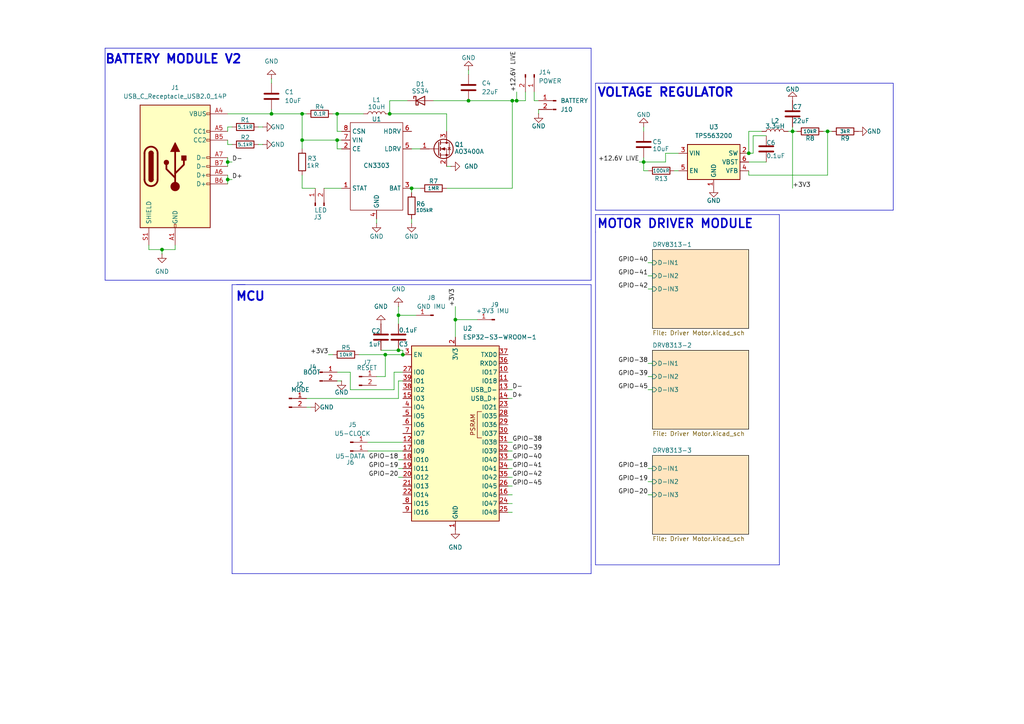
<source format=kicad_sch>
(kicad_sch
	(version 20250114)
	(generator "eeschema")
	(generator_version "9.0")
	(uuid "12b42b7d-d204-4934-8b98-59095ef31821")
	(paper "A4")
	(title_block
		(title "Custom Gimbal PCB")
		(rev "1.4")
	)
	(lib_symbols
		(symbol "Connector:Conn_01x01_Pin"
			(pin_names
				(offset 1.016)
				(hide yes)
			)
			(exclude_from_sim no)
			(in_bom yes)
			(on_board yes)
			(property "Reference" "J"
				(at 0 2.54 0)
				(effects
					(font
						(size 1.27 1.27)
					)
				)
			)
			(property "Value" "Conn_01x01_Pin"
				(at 0 -2.54 0)
				(effects
					(font
						(size 1.27 1.27)
					)
				)
			)
			(property "Footprint" ""
				(at 0 0 0)
				(effects
					(font
						(size 1.27 1.27)
					)
					(hide yes)
				)
			)
			(property "Datasheet" "~"
				(at 0 0 0)
				(effects
					(font
						(size 1.27 1.27)
					)
					(hide yes)
				)
			)
			(property "Description" "Generic connector, single row, 01x01, script generated"
				(at 0 0 0)
				(effects
					(font
						(size 1.27 1.27)
					)
					(hide yes)
				)
			)
			(property "ki_locked" ""
				(at 0 0 0)
				(effects
					(font
						(size 1.27 1.27)
					)
				)
			)
			(property "ki_keywords" "connector"
				(at 0 0 0)
				(effects
					(font
						(size 1.27 1.27)
					)
					(hide yes)
				)
			)
			(property "ki_fp_filters" "Connector*:*_1x??_*"
				(at 0 0 0)
				(effects
					(font
						(size 1.27 1.27)
					)
					(hide yes)
				)
			)
			(symbol "Conn_01x01_Pin_1_1"
				(rectangle
					(start 0.8636 0.127)
					(end 0 -0.127)
					(stroke
						(width 0.1524)
						(type default)
					)
					(fill
						(type outline)
					)
				)
				(polyline
					(pts
						(xy 1.27 0) (xy 0.8636 0)
					)
					(stroke
						(width 0.1524)
						(type default)
					)
					(fill
						(type none)
					)
				)
				(pin passive line
					(at 5.08 0 180)
					(length 3.81)
					(name "Pin_1"
						(effects
							(font
								(size 1.27 1.27)
							)
						)
					)
					(number "1"
						(effects
							(font
								(size 1.27 1.27)
							)
						)
					)
				)
			)
			(embedded_fonts no)
		)
		(symbol "Connector:Conn_01x02_Pin"
			(pin_names
				(offset 1.016)
				(hide yes)
			)
			(exclude_from_sim no)
			(in_bom yes)
			(on_board yes)
			(property "Reference" "J"
				(at 0 2.54 0)
				(effects
					(font
						(size 1.27 1.27)
					)
				)
			)
			(property "Value" "Conn_01x02_Pin"
				(at 0 -5.08 0)
				(effects
					(font
						(size 1.27 1.27)
					)
				)
			)
			(property "Footprint" ""
				(at 0 0 0)
				(effects
					(font
						(size 1.27 1.27)
					)
					(hide yes)
				)
			)
			(property "Datasheet" "~"
				(at 0 0 0)
				(effects
					(font
						(size 1.27 1.27)
					)
					(hide yes)
				)
			)
			(property "Description" "Generic connector, single row, 01x02, script generated"
				(at 0 0 0)
				(effects
					(font
						(size 1.27 1.27)
					)
					(hide yes)
				)
			)
			(property "ki_locked" ""
				(at 0 0 0)
				(effects
					(font
						(size 1.27 1.27)
					)
				)
			)
			(property "ki_keywords" "connector"
				(at 0 0 0)
				(effects
					(font
						(size 1.27 1.27)
					)
					(hide yes)
				)
			)
			(property "ki_fp_filters" "Connector*:*_1x??_*"
				(at 0 0 0)
				(effects
					(font
						(size 1.27 1.27)
					)
					(hide yes)
				)
			)
			(symbol "Conn_01x02_Pin_1_1"
				(rectangle
					(start 0.8636 0.127)
					(end 0 -0.127)
					(stroke
						(width 0.1524)
						(type default)
					)
					(fill
						(type outline)
					)
				)
				(rectangle
					(start 0.8636 -2.413)
					(end 0 -2.667)
					(stroke
						(width 0.1524)
						(type default)
					)
					(fill
						(type outline)
					)
				)
				(polyline
					(pts
						(xy 1.27 0) (xy 0.8636 0)
					)
					(stroke
						(width 0.1524)
						(type default)
					)
					(fill
						(type none)
					)
				)
				(polyline
					(pts
						(xy 1.27 -2.54) (xy 0.8636 -2.54)
					)
					(stroke
						(width 0.1524)
						(type default)
					)
					(fill
						(type none)
					)
				)
				(pin passive line
					(at 5.08 0 180)
					(length 3.81)
					(name "Pin_1"
						(effects
							(font
								(size 1.27 1.27)
							)
						)
					)
					(number "1"
						(effects
							(font
								(size 1.27 1.27)
							)
						)
					)
				)
				(pin passive line
					(at 5.08 -2.54 180)
					(length 3.81)
					(name "Pin_2"
						(effects
							(font
								(size 1.27 1.27)
							)
						)
					)
					(number "2"
						(effects
							(font
								(size 1.27 1.27)
							)
						)
					)
				)
			)
			(embedded_fonts no)
		)
		(symbol "Connector:USB_C_Receptacle_USB2.0_14P"
			(pin_names
				(offset 1.016)
			)
			(exclude_from_sim no)
			(in_bom yes)
			(on_board yes)
			(property "Reference" "J"
				(at 0 22.225 0)
				(effects
					(font
						(size 1.27 1.27)
					)
				)
			)
			(property "Value" "USB_C_Receptacle_USB2.0_14P"
				(at 0 19.685 0)
				(effects
					(font
						(size 1.27 1.27)
					)
				)
			)
			(property "Footprint" ""
				(at 3.81 0 0)
				(effects
					(font
						(size 1.27 1.27)
					)
					(hide yes)
				)
			)
			(property "Datasheet" "https://www.usb.org/sites/default/files/documents/usb_type-c.zip"
				(at 3.81 0 0)
				(effects
					(font
						(size 1.27 1.27)
					)
					(hide yes)
				)
			)
			(property "Description" "USB 2.0-only 14P Type-C Receptacle connector"
				(at 0 0 0)
				(effects
					(font
						(size 1.27 1.27)
					)
					(hide yes)
				)
			)
			(property "ki_keywords" "usb universal serial bus type-C USB2.0"
				(at 0 0 0)
				(effects
					(font
						(size 1.27 1.27)
					)
					(hide yes)
				)
			)
			(property "ki_fp_filters" "USB*C*Receptacle*"
				(at 0 0 0)
				(effects
					(font
						(size 1.27 1.27)
					)
					(hide yes)
				)
			)
			(symbol "USB_C_Receptacle_USB2.0_14P_0_0"
				(rectangle
					(start -0.254 -17.78)
					(end 0.254 -16.764)
					(stroke
						(width 0)
						(type default)
					)
					(fill
						(type none)
					)
				)
				(rectangle
					(start 10.16 15.494)
					(end 9.144 14.986)
					(stroke
						(width 0)
						(type default)
					)
					(fill
						(type none)
					)
				)
				(rectangle
					(start 10.16 10.414)
					(end 9.144 9.906)
					(stroke
						(width 0)
						(type default)
					)
					(fill
						(type none)
					)
				)
				(rectangle
					(start 10.16 7.874)
					(end 9.144 7.366)
					(stroke
						(width 0)
						(type default)
					)
					(fill
						(type none)
					)
				)
				(rectangle
					(start 10.16 2.794)
					(end 9.144 2.286)
					(stroke
						(width 0)
						(type default)
					)
					(fill
						(type none)
					)
				)
				(rectangle
					(start 10.16 0.254)
					(end 9.144 -0.254)
					(stroke
						(width 0)
						(type default)
					)
					(fill
						(type none)
					)
				)
				(rectangle
					(start 10.16 -2.286)
					(end 9.144 -2.794)
					(stroke
						(width 0)
						(type default)
					)
					(fill
						(type none)
					)
				)
				(rectangle
					(start 10.16 -4.826)
					(end 9.144 -5.334)
					(stroke
						(width 0)
						(type default)
					)
					(fill
						(type none)
					)
				)
			)
			(symbol "USB_C_Receptacle_USB2.0_14P_0_1"
				(rectangle
					(start -10.16 17.78)
					(end 10.16 -17.78)
					(stroke
						(width 0.254)
						(type default)
					)
					(fill
						(type background)
					)
				)
				(polyline
					(pts
						(xy -8.89 -3.81) (xy -8.89 3.81)
					)
					(stroke
						(width 0.508)
						(type default)
					)
					(fill
						(type none)
					)
				)
				(rectangle
					(start -7.62 -3.81)
					(end -6.35 3.81)
					(stroke
						(width 0.254)
						(type default)
					)
					(fill
						(type outline)
					)
				)
				(arc
					(start -7.62 3.81)
					(mid -6.985 4.4423)
					(end -6.35 3.81)
					(stroke
						(width 0.254)
						(type default)
					)
					(fill
						(type none)
					)
				)
				(arc
					(start -7.62 3.81)
					(mid -6.985 4.4423)
					(end -6.35 3.81)
					(stroke
						(width 0.254)
						(type default)
					)
					(fill
						(type outline)
					)
				)
				(arc
					(start -8.89 3.81)
					(mid -6.985 5.7067)
					(end -5.08 3.81)
					(stroke
						(width 0.508)
						(type default)
					)
					(fill
						(type none)
					)
				)
				(arc
					(start -5.08 -3.81)
					(mid -6.985 -5.7067)
					(end -8.89 -3.81)
					(stroke
						(width 0.508)
						(type default)
					)
					(fill
						(type none)
					)
				)
				(arc
					(start -6.35 -3.81)
					(mid -6.985 -4.4423)
					(end -7.62 -3.81)
					(stroke
						(width 0.254)
						(type default)
					)
					(fill
						(type none)
					)
				)
				(arc
					(start -6.35 -3.81)
					(mid -6.985 -4.4423)
					(end -7.62 -3.81)
					(stroke
						(width 0.254)
						(type default)
					)
					(fill
						(type outline)
					)
				)
				(polyline
					(pts
						(xy -5.08 3.81) (xy -5.08 -3.81)
					)
					(stroke
						(width 0.508)
						(type default)
					)
					(fill
						(type none)
					)
				)
				(circle
					(center -2.54 1.143)
					(radius 0.635)
					(stroke
						(width 0.254)
						(type default)
					)
					(fill
						(type outline)
					)
				)
				(polyline
					(pts
						(xy -1.27 4.318) (xy 0 6.858) (xy 1.27 4.318) (xy -1.27 4.318)
					)
					(stroke
						(width 0.254)
						(type default)
					)
					(fill
						(type outline)
					)
				)
				(polyline
					(pts
						(xy 0 -2.032) (xy 2.54 0.508) (xy 2.54 1.778)
					)
					(stroke
						(width 0.508)
						(type default)
					)
					(fill
						(type none)
					)
				)
				(polyline
					(pts
						(xy 0 -3.302) (xy -2.54 -0.762) (xy -2.54 0.508)
					)
					(stroke
						(width 0.508)
						(type default)
					)
					(fill
						(type none)
					)
				)
				(polyline
					(pts
						(xy 0 -5.842) (xy 0 4.318)
					)
					(stroke
						(width 0.508)
						(type default)
					)
					(fill
						(type none)
					)
				)
				(circle
					(center 0 -5.842)
					(radius 1.27)
					(stroke
						(width 0)
						(type default)
					)
					(fill
						(type outline)
					)
				)
				(rectangle
					(start 1.905 1.778)
					(end 3.175 3.048)
					(stroke
						(width 0.254)
						(type default)
					)
					(fill
						(type outline)
					)
				)
			)
			(symbol "USB_C_Receptacle_USB2.0_14P_1_1"
				(pin passive line
					(at -7.62 -22.86 90)
					(length 5.08)
					(name "SHIELD"
						(effects
							(font
								(size 1.27 1.27)
							)
						)
					)
					(number "S1"
						(effects
							(font
								(size 1.27 1.27)
							)
						)
					)
				)
				(pin passive line
					(at 0 -22.86 90)
					(length 5.08)
					(name "GND"
						(effects
							(font
								(size 1.27 1.27)
							)
						)
					)
					(number "A1"
						(effects
							(font
								(size 1.27 1.27)
							)
						)
					)
				)
				(pin passive line
					(at 0 -22.86 90)
					(length 5.08)
					(hide yes)
					(name "GND"
						(effects
							(font
								(size 1.27 1.27)
							)
						)
					)
					(number "A12"
						(effects
							(font
								(size 1.27 1.27)
							)
						)
					)
				)
				(pin passive line
					(at 0 -22.86 90)
					(length 5.08)
					(hide yes)
					(name "GND"
						(effects
							(font
								(size 1.27 1.27)
							)
						)
					)
					(number "B1"
						(effects
							(font
								(size 1.27 1.27)
							)
						)
					)
				)
				(pin passive line
					(at 0 -22.86 90)
					(length 5.08)
					(hide yes)
					(name "GND"
						(effects
							(font
								(size 1.27 1.27)
							)
						)
					)
					(number "B12"
						(effects
							(font
								(size 1.27 1.27)
							)
						)
					)
				)
				(pin passive line
					(at 15.24 15.24 180)
					(length 5.08)
					(name "VBUS"
						(effects
							(font
								(size 1.27 1.27)
							)
						)
					)
					(number "A4"
						(effects
							(font
								(size 1.27 1.27)
							)
						)
					)
				)
				(pin passive line
					(at 15.24 15.24 180)
					(length 5.08)
					(hide yes)
					(name "VBUS"
						(effects
							(font
								(size 1.27 1.27)
							)
						)
					)
					(number "A9"
						(effects
							(font
								(size 1.27 1.27)
							)
						)
					)
				)
				(pin passive line
					(at 15.24 15.24 180)
					(length 5.08)
					(hide yes)
					(name "VBUS"
						(effects
							(font
								(size 1.27 1.27)
							)
						)
					)
					(number "B4"
						(effects
							(font
								(size 1.27 1.27)
							)
						)
					)
				)
				(pin passive line
					(at 15.24 15.24 180)
					(length 5.08)
					(hide yes)
					(name "VBUS"
						(effects
							(font
								(size 1.27 1.27)
							)
						)
					)
					(number "B9"
						(effects
							(font
								(size 1.27 1.27)
							)
						)
					)
				)
				(pin bidirectional line
					(at 15.24 10.16 180)
					(length 5.08)
					(name "CC1"
						(effects
							(font
								(size 1.27 1.27)
							)
						)
					)
					(number "A5"
						(effects
							(font
								(size 1.27 1.27)
							)
						)
					)
				)
				(pin bidirectional line
					(at 15.24 7.62 180)
					(length 5.08)
					(name "CC2"
						(effects
							(font
								(size 1.27 1.27)
							)
						)
					)
					(number "B5"
						(effects
							(font
								(size 1.27 1.27)
							)
						)
					)
				)
				(pin bidirectional line
					(at 15.24 2.54 180)
					(length 5.08)
					(name "D-"
						(effects
							(font
								(size 1.27 1.27)
							)
						)
					)
					(number "A7"
						(effects
							(font
								(size 1.27 1.27)
							)
						)
					)
				)
				(pin bidirectional line
					(at 15.24 0 180)
					(length 5.08)
					(name "D-"
						(effects
							(font
								(size 1.27 1.27)
							)
						)
					)
					(number "B7"
						(effects
							(font
								(size 1.27 1.27)
							)
						)
					)
				)
				(pin bidirectional line
					(at 15.24 -2.54 180)
					(length 5.08)
					(name "D+"
						(effects
							(font
								(size 1.27 1.27)
							)
						)
					)
					(number "A6"
						(effects
							(font
								(size 1.27 1.27)
							)
						)
					)
				)
				(pin bidirectional line
					(at 15.24 -5.08 180)
					(length 5.08)
					(name "D+"
						(effects
							(font
								(size 1.27 1.27)
							)
						)
					)
					(number "B6"
						(effects
							(font
								(size 1.27 1.27)
							)
						)
					)
				)
			)
			(embedded_fonts no)
		)
		(symbol "Custom:CN3303"
			(exclude_from_sim no)
			(in_bom yes)
			(on_board yes)
			(property "Reference" "U"
				(at 0 0 0)
				(effects
					(font
						(size 1.27 1.27)
					)
				)
			)
			(property "Value" "CN3303"
				(at -0.508 -13.462 0)
				(effects
					(font
						(size 1.27 1.27)
					)
				)
			)
			(property "Footprint" "Package_SO:SOIC-8_3.9x4.9mm_P1.27mm"
				(at 0 0 0)
				(effects
					(font
						(size 1.27 1.27)
					)
					(hide yes)
				)
			)
			(property "Datasheet" ""
				(at 0 0 0)
				(effects
					(font
						(size 1.27 1.27)
					)
					(hide yes)
				)
			)
			(property "Description" ""
				(at 0 0 0)
				(effects
					(font
						(size 1.27 1.27)
					)
					(hide yes)
				)
			)
			(symbol "CN3303_0_1"
				(rectangle
					(start -7.62 -1.27)
					(end 7.62 -26.67)
					(stroke
						(width 0)
						(type default)
					)
					(fill
						(type none)
					)
				)
			)
			(symbol "CN3303_1_1"
				(pin input line
					(at -10.16 -3.81 0)
					(length 2.54)
					(name "CSN"
						(effects
							(font
								(size 1.27 1.27)
							)
						)
					)
					(number "8"
						(effects
							(font
								(size 1.27 1.27)
							)
						)
					)
				)
				(pin power_in line
					(at -10.16 -6.35 0)
					(length 2.54)
					(name "VIN"
						(effects
							(font
								(size 1.27 1.27)
							)
						)
					)
					(number "7"
						(effects
							(font
								(size 1.27 1.27)
							)
						)
					)
				)
				(pin input line
					(at -10.16 -8.89 0)
					(length 2.54)
					(name "CE"
						(effects
							(font
								(size 1.27 1.27)
							)
						)
					)
					(number "2"
						(effects
							(font
								(size 1.27 1.27)
							)
						)
					)
				)
				(pin open_collector line
					(at -10.16 -20.32 0)
					(length 2.54)
					(name "STAT"
						(effects
							(font
								(size 1.27 1.27)
							)
						)
					)
					(number "1"
						(effects
							(font
								(size 1.27 1.27)
							)
						)
					)
				)
				(pin power_in line
					(at 0 -29.21 90)
					(length 2.54)
					(name "GND"
						(effects
							(font
								(size 1.27 1.27)
							)
						)
					)
					(number "4"
						(effects
							(font
								(size 1.27 1.27)
							)
						)
					)
				)
				(pin output line
					(at 10.16 -3.81 180)
					(length 2.54)
					(name "HDRV"
						(effects
							(font
								(size 1.27 1.27)
							)
						)
					)
					(number "6"
						(effects
							(font
								(size 1.27 1.27)
							)
						)
					)
				)
				(pin output line
					(at 10.16 -8.89 180)
					(length 2.54)
					(name "LDRV"
						(effects
							(font
								(size 1.27 1.27)
							)
						)
					)
					(number "5"
						(effects
							(font
								(size 1.27 1.27)
							)
						)
					)
				)
				(pin input line
					(at 10.16 -20.32 180)
					(length 2.54)
					(name "BAT"
						(effects
							(font
								(size 1.27 1.27)
							)
						)
					)
					(number "3"
						(effects
							(font
								(size 1.27 1.27)
							)
						)
					)
				)
			)
			(embedded_fonts no)
		)
		(symbol "Device:C"
			(pin_numbers
				(hide yes)
			)
			(pin_names
				(offset 0.254)
			)
			(exclude_from_sim no)
			(in_bom yes)
			(on_board yes)
			(property "Reference" "C"
				(at 0.635 2.54 0)
				(effects
					(font
						(size 1.27 1.27)
					)
					(justify left)
				)
			)
			(property "Value" "C"
				(at 0.635 -2.54 0)
				(effects
					(font
						(size 1.27 1.27)
					)
					(justify left)
				)
			)
			(property "Footprint" ""
				(at 0.9652 -3.81 0)
				(effects
					(font
						(size 1.27 1.27)
					)
					(hide yes)
				)
			)
			(property "Datasheet" "~"
				(at 0 0 0)
				(effects
					(font
						(size 1.27 1.27)
					)
					(hide yes)
				)
			)
			(property "Description" "Unpolarized capacitor"
				(at 0 0 0)
				(effects
					(font
						(size 1.27 1.27)
					)
					(hide yes)
				)
			)
			(property "ki_keywords" "cap capacitor"
				(at 0 0 0)
				(effects
					(font
						(size 1.27 1.27)
					)
					(hide yes)
				)
			)
			(property "ki_fp_filters" "C_*"
				(at 0 0 0)
				(effects
					(font
						(size 1.27 1.27)
					)
					(hide yes)
				)
			)
			(symbol "C_0_1"
				(polyline
					(pts
						(xy -2.032 0.762) (xy 2.032 0.762)
					)
					(stroke
						(width 0.508)
						(type default)
					)
					(fill
						(type none)
					)
				)
				(polyline
					(pts
						(xy -2.032 -0.762) (xy 2.032 -0.762)
					)
					(stroke
						(width 0.508)
						(type default)
					)
					(fill
						(type none)
					)
				)
			)
			(symbol "C_1_1"
				(pin passive line
					(at 0 3.81 270)
					(length 2.794)
					(name "~"
						(effects
							(font
								(size 1.27 1.27)
							)
						)
					)
					(number "1"
						(effects
							(font
								(size 1.27 1.27)
							)
						)
					)
				)
				(pin passive line
					(at 0 -3.81 90)
					(length 2.794)
					(name "~"
						(effects
							(font
								(size 1.27 1.27)
							)
						)
					)
					(number "2"
						(effects
							(font
								(size 1.27 1.27)
							)
						)
					)
				)
			)
			(embedded_fonts no)
		)
		(symbol "Device:L"
			(pin_numbers
				(hide yes)
			)
			(pin_names
				(offset 1.016)
				(hide yes)
			)
			(exclude_from_sim no)
			(in_bom yes)
			(on_board yes)
			(property "Reference" "L"
				(at -1.27 0 90)
				(effects
					(font
						(size 1.27 1.27)
					)
				)
			)
			(property "Value" "L"
				(at 1.905 0 90)
				(effects
					(font
						(size 1.27 1.27)
					)
				)
			)
			(property "Footprint" ""
				(at 0 0 0)
				(effects
					(font
						(size 1.27 1.27)
					)
					(hide yes)
				)
			)
			(property "Datasheet" "~"
				(at 0 0 0)
				(effects
					(font
						(size 1.27 1.27)
					)
					(hide yes)
				)
			)
			(property "Description" "Inductor"
				(at 0 0 0)
				(effects
					(font
						(size 1.27 1.27)
					)
					(hide yes)
				)
			)
			(property "ki_keywords" "inductor choke coil reactor magnetic"
				(at 0 0 0)
				(effects
					(font
						(size 1.27 1.27)
					)
					(hide yes)
				)
			)
			(property "ki_fp_filters" "Choke_* *Coil* Inductor_* L_*"
				(at 0 0 0)
				(effects
					(font
						(size 1.27 1.27)
					)
					(hide yes)
				)
			)
			(symbol "L_0_1"
				(arc
					(start 0 2.54)
					(mid 0.6323 1.905)
					(end 0 1.27)
					(stroke
						(width 0)
						(type default)
					)
					(fill
						(type none)
					)
				)
				(arc
					(start 0 1.27)
					(mid 0.6323 0.635)
					(end 0 0)
					(stroke
						(width 0)
						(type default)
					)
					(fill
						(type none)
					)
				)
				(arc
					(start 0 0)
					(mid 0.6323 -0.635)
					(end 0 -1.27)
					(stroke
						(width 0)
						(type default)
					)
					(fill
						(type none)
					)
				)
				(arc
					(start 0 -1.27)
					(mid 0.6323 -1.905)
					(end 0 -2.54)
					(stroke
						(width 0)
						(type default)
					)
					(fill
						(type none)
					)
				)
			)
			(symbol "L_1_1"
				(pin passive line
					(at 0 3.81 270)
					(length 1.27)
					(name "1"
						(effects
							(font
								(size 1.27 1.27)
							)
						)
					)
					(number "1"
						(effects
							(font
								(size 1.27 1.27)
							)
						)
					)
				)
				(pin passive line
					(at 0 -3.81 90)
					(length 1.27)
					(name "2"
						(effects
							(font
								(size 1.27 1.27)
							)
						)
					)
					(number "2"
						(effects
							(font
								(size 1.27 1.27)
							)
						)
					)
				)
			)
			(embedded_fonts no)
		)
		(symbol "Device:R"
			(pin_numbers
				(hide yes)
			)
			(pin_names
				(offset 0)
			)
			(exclude_from_sim no)
			(in_bom yes)
			(on_board yes)
			(property "Reference" "R"
				(at 2.032 0 90)
				(effects
					(font
						(size 1.27 1.27)
					)
				)
			)
			(property "Value" "R"
				(at 0 0 90)
				(effects
					(font
						(size 1.27 1.27)
					)
				)
			)
			(property "Footprint" ""
				(at -1.778 0 90)
				(effects
					(font
						(size 1.27 1.27)
					)
					(hide yes)
				)
			)
			(property "Datasheet" "~"
				(at 0 0 0)
				(effects
					(font
						(size 1.27 1.27)
					)
					(hide yes)
				)
			)
			(property "Description" "Resistor"
				(at 0 0 0)
				(effects
					(font
						(size 1.27 1.27)
					)
					(hide yes)
				)
			)
			(property "ki_keywords" "R res resistor"
				(at 0 0 0)
				(effects
					(font
						(size 1.27 1.27)
					)
					(hide yes)
				)
			)
			(property "ki_fp_filters" "R_*"
				(at 0 0 0)
				(effects
					(font
						(size 1.27 1.27)
					)
					(hide yes)
				)
			)
			(symbol "R_0_1"
				(rectangle
					(start -1.016 -2.54)
					(end 1.016 2.54)
					(stroke
						(width 0.254)
						(type default)
					)
					(fill
						(type none)
					)
				)
			)
			(symbol "R_1_1"
				(pin passive line
					(at 0 3.81 270)
					(length 1.27)
					(name "~"
						(effects
							(font
								(size 1.27 1.27)
							)
						)
					)
					(number "1"
						(effects
							(font
								(size 1.27 1.27)
							)
						)
					)
				)
				(pin passive line
					(at 0 -3.81 90)
					(length 1.27)
					(name "~"
						(effects
							(font
								(size 1.27 1.27)
							)
						)
					)
					(number "2"
						(effects
							(font
								(size 1.27 1.27)
							)
						)
					)
				)
			)
			(embedded_fonts no)
		)
		(symbol "Diode:SS34"
			(pin_numbers
				(hide yes)
			)
			(pin_names
				(offset 1.016)
				(hide yes)
			)
			(exclude_from_sim no)
			(in_bom yes)
			(on_board yes)
			(property "Reference" "D"
				(at 0 2.54 0)
				(effects
					(font
						(size 1.27 1.27)
					)
				)
			)
			(property "Value" "SS34"
				(at 0 -2.54 0)
				(effects
					(font
						(size 1.27 1.27)
					)
				)
			)
			(property "Footprint" "Diode_SMD:D_SMA"
				(at 0 -4.445 0)
				(effects
					(font
						(size 1.27 1.27)
					)
					(hide yes)
				)
			)
			(property "Datasheet" "https://www.vishay.com/docs/88751/ss32.pdf"
				(at 0 0 0)
				(effects
					(font
						(size 1.27 1.27)
					)
					(hide yes)
				)
			)
			(property "Description" "40V 3A Schottky Diode, SMA"
				(at 0 0 0)
				(effects
					(font
						(size 1.27 1.27)
					)
					(hide yes)
				)
			)
			(property "ki_keywords" "diode Schottky"
				(at 0 0 0)
				(effects
					(font
						(size 1.27 1.27)
					)
					(hide yes)
				)
			)
			(property "ki_fp_filters" "D*SMA*"
				(at 0 0 0)
				(effects
					(font
						(size 1.27 1.27)
					)
					(hide yes)
				)
			)
			(symbol "SS34_0_1"
				(polyline
					(pts
						(xy -1.905 0.635) (xy -1.905 1.27) (xy -1.27 1.27) (xy -1.27 -1.27) (xy -0.635 -1.27) (xy -0.635 -0.635)
					)
					(stroke
						(width 0.254)
						(type default)
					)
					(fill
						(type none)
					)
				)
				(polyline
					(pts
						(xy 1.27 1.27) (xy 1.27 -1.27) (xy -1.27 0) (xy 1.27 1.27)
					)
					(stroke
						(width 0.254)
						(type default)
					)
					(fill
						(type none)
					)
				)
				(polyline
					(pts
						(xy 1.27 0) (xy -1.27 0)
					)
					(stroke
						(width 0)
						(type default)
					)
					(fill
						(type none)
					)
				)
			)
			(symbol "SS34_1_1"
				(pin passive line
					(at -3.81 0 0)
					(length 2.54)
					(name "K"
						(effects
							(font
								(size 1.27 1.27)
							)
						)
					)
					(number "1"
						(effects
							(font
								(size 1.27 1.27)
							)
						)
					)
				)
				(pin passive line
					(at 3.81 0 180)
					(length 2.54)
					(name "A"
						(effects
							(font
								(size 1.27 1.27)
							)
						)
					)
					(number "2"
						(effects
							(font
								(size 1.27 1.27)
							)
						)
					)
				)
			)
			(embedded_fonts no)
		)
		(symbol "RF_Module:ESP32-S3-WROOM-1"
			(exclude_from_sim no)
			(in_bom yes)
			(on_board yes)
			(property "Reference" "U"
				(at -12.7 26.67 0)
				(effects
					(font
						(size 1.27 1.27)
					)
				)
			)
			(property "Value" "ESP32-S3-WROOM-1"
				(at 12.7 26.67 0)
				(effects
					(font
						(size 1.27 1.27)
					)
				)
			)
			(property "Footprint" "RF_Module:ESP32-S3-WROOM-1"
				(at 0 2.54 0)
				(effects
					(font
						(size 1.27 1.27)
					)
					(hide yes)
				)
			)
			(property "Datasheet" "https://www.espressif.com/sites/default/files/documentation/esp32-s3-wroom-1_wroom-1u_datasheet_en.pdf"
				(at 0 0 0)
				(effects
					(font
						(size 1.27 1.27)
					)
					(hide yes)
				)
			)
			(property "Description" "RF Module, ESP32-S3 SoC, Wi-Fi 802.11b/g/n, Bluetooth, BLE, 32-bit, 3.3V, onboard antenna, SMD"
				(at 0 0 0)
				(effects
					(font
						(size 1.27 1.27)
					)
					(hide yes)
				)
			)
			(property "ki_keywords" "RF Radio BT ESP ESP32-S3 Espressif onboard PCB antenna"
				(at 0 0 0)
				(effects
					(font
						(size 1.27 1.27)
					)
					(hide yes)
				)
			)
			(property "ki_fp_filters" "ESP32?S3?WROOM?1*"
				(at 0 0 0)
				(effects
					(font
						(size 1.27 1.27)
					)
					(hide yes)
				)
			)
			(symbol "ESP32-S3-WROOM-1_0_0"
				(rectangle
					(start -12.7 25.4)
					(end 12.7 -25.4)
					(stroke
						(width 0.254)
						(type default)
					)
					(fill
						(type background)
					)
				)
				(text "PSRAM"
					(at 5.08 2.54 900)
					(effects
						(font
							(size 1.27 1.27)
						)
					)
				)
			)
			(symbol "ESP32-S3-WROOM-1_0_1"
				(polyline
					(pts
						(xy 7.62 -1.27) (xy 6.35 -1.27) (xy 6.35 6.35) (xy 7.62 6.35)
					)
					(stroke
						(width 0)
						(type default)
					)
					(fill
						(type none)
					)
				)
			)
			(symbol "ESP32-S3-WROOM-1_1_1"
				(pin input line
					(at -15.24 22.86 0)
					(length 2.54)
					(name "EN"
						(effects
							(font
								(size 1.27 1.27)
							)
						)
					)
					(number "3"
						(effects
							(font
								(size 1.27 1.27)
							)
						)
					)
				)
				(pin bidirectional line
					(at -15.24 17.78 0)
					(length 2.54)
					(name "IO0"
						(effects
							(font
								(size 1.27 1.27)
							)
						)
					)
					(number "27"
						(effects
							(font
								(size 1.27 1.27)
							)
						)
					)
				)
				(pin bidirectional line
					(at -15.24 15.24 0)
					(length 2.54)
					(name "IO1"
						(effects
							(font
								(size 1.27 1.27)
							)
						)
					)
					(number "39"
						(effects
							(font
								(size 1.27 1.27)
							)
						)
					)
				)
				(pin bidirectional line
					(at -15.24 12.7 0)
					(length 2.54)
					(name "IO2"
						(effects
							(font
								(size 1.27 1.27)
							)
						)
					)
					(number "38"
						(effects
							(font
								(size 1.27 1.27)
							)
						)
					)
				)
				(pin bidirectional line
					(at -15.24 10.16 0)
					(length 2.54)
					(name "IO3"
						(effects
							(font
								(size 1.27 1.27)
							)
						)
					)
					(number "15"
						(effects
							(font
								(size 1.27 1.27)
							)
						)
					)
				)
				(pin bidirectional line
					(at -15.24 7.62 0)
					(length 2.54)
					(name "IO4"
						(effects
							(font
								(size 1.27 1.27)
							)
						)
					)
					(number "4"
						(effects
							(font
								(size 1.27 1.27)
							)
						)
					)
				)
				(pin bidirectional line
					(at -15.24 5.08 0)
					(length 2.54)
					(name "IO5"
						(effects
							(font
								(size 1.27 1.27)
							)
						)
					)
					(number "5"
						(effects
							(font
								(size 1.27 1.27)
							)
						)
					)
				)
				(pin bidirectional line
					(at -15.24 2.54 0)
					(length 2.54)
					(name "IO6"
						(effects
							(font
								(size 1.27 1.27)
							)
						)
					)
					(number "6"
						(effects
							(font
								(size 1.27 1.27)
							)
						)
					)
				)
				(pin bidirectional line
					(at -15.24 0 0)
					(length 2.54)
					(name "IO7"
						(effects
							(font
								(size 1.27 1.27)
							)
						)
					)
					(number "7"
						(effects
							(font
								(size 1.27 1.27)
							)
						)
					)
				)
				(pin bidirectional line
					(at -15.24 -2.54 0)
					(length 2.54)
					(name "IO8"
						(effects
							(font
								(size 1.27 1.27)
							)
						)
					)
					(number "12"
						(effects
							(font
								(size 1.27 1.27)
							)
						)
					)
				)
				(pin bidirectional line
					(at -15.24 -5.08 0)
					(length 2.54)
					(name "IO9"
						(effects
							(font
								(size 1.27 1.27)
							)
						)
					)
					(number "17"
						(effects
							(font
								(size 1.27 1.27)
							)
						)
					)
				)
				(pin bidirectional line
					(at -15.24 -7.62 0)
					(length 2.54)
					(name "IO10"
						(effects
							(font
								(size 1.27 1.27)
							)
						)
					)
					(number "18"
						(effects
							(font
								(size 1.27 1.27)
							)
						)
					)
				)
				(pin bidirectional line
					(at -15.24 -10.16 0)
					(length 2.54)
					(name "IO11"
						(effects
							(font
								(size 1.27 1.27)
							)
						)
					)
					(number "19"
						(effects
							(font
								(size 1.27 1.27)
							)
						)
					)
				)
				(pin bidirectional line
					(at -15.24 -12.7 0)
					(length 2.54)
					(name "IO12"
						(effects
							(font
								(size 1.27 1.27)
							)
						)
					)
					(number "20"
						(effects
							(font
								(size 1.27 1.27)
							)
						)
					)
				)
				(pin bidirectional line
					(at -15.24 -15.24 0)
					(length 2.54)
					(name "IO13"
						(effects
							(font
								(size 1.27 1.27)
							)
						)
					)
					(number "21"
						(effects
							(font
								(size 1.27 1.27)
							)
						)
					)
				)
				(pin bidirectional line
					(at -15.24 -17.78 0)
					(length 2.54)
					(name "IO14"
						(effects
							(font
								(size 1.27 1.27)
							)
						)
					)
					(number "22"
						(effects
							(font
								(size 1.27 1.27)
							)
						)
					)
				)
				(pin bidirectional line
					(at -15.24 -20.32 0)
					(length 2.54)
					(name "IO15"
						(effects
							(font
								(size 1.27 1.27)
							)
						)
					)
					(number "8"
						(effects
							(font
								(size 1.27 1.27)
							)
						)
					)
				)
				(pin bidirectional line
					(at -15.24 -22.86 0)
					(length 2.54)
					(name "IO16"
						(effects
							(font
								(size 1.27 1.27)
							)
						)
					)
					(number "9"
						(effects
							(font
								(size 1.27 1.27)
							)
						)
					)
				)
				(pin power_in line
					(at 0 27.94 270)
					(length 2.54)
					(name "3V3"
						(effects
							(font
								(size 1.27 1.27)
							)
						)
					)
					(number "2"
						(effects
							(font
								(size 1.27 1.27)
							)
						)
					)
				)
				(pin power_in line
					(at 0 -27.94 90)
					(length 2.54)
					(name "GND"
						(effects
							(font
								(size 1.27 1.27)
							)
						)
					)
					(number "1"
						(effects
							(font
								(size 1.27 1.27)
							)
						)
					)
				)
				(pin passive line
					(at 0 -27.94 90)
					(length 2.54)
					(hide yes)
					(name "GND"
						(effects
							(font
								(size 1.27 1.27)
							)
						)
					)
					(number "40"
						(effects
							(font
								(size 1.27 1.27)
							)
						)
					)
				)
				(pin passive line
					(at 0 -27.94 90)
					(length 2.54)
					(hide yes)
					(name "GND"
						(effects
							(font
								(size 1.27 1.27)
							)
						)
					)
					(number "41"
						(effects
							(font
								(size 1.27 1.27)
							)
						)
					)
				)
				(pin bidirectional line
					(at 15.24 22.86 180)
					(length 2.54)
					(name "TXD0"
						(effects
							(font
								(size 1.27 1.27)
							)
						)
					)
					(number "37"
						(effects
							(font
								(size 1.27 1.27)
							)
						)
					)
				)
				(pin bidirectional line
					(at 15.24 20.32 180)
					(length 2.54)
					(name "RXD0"
						(effects
							(font
								(size 1.27 1.27)
							)
						)
					)
					(number "36"
						(effects
							(font
								(size 1.27 1.27)
							)
						)
					)
				)
				(pin bidirectional line
					(at 15.24 17.78 180)
					(length 2.54)
					(name "IO17"
						(effects
							(font
								(size 1.27 1.27)
							)
						)
					)
					(number "10"
						(effects
							(font
								(size 1.27 1.27)
							)
						)
					)
				)
				(pin bidirectional line
					(at 15.24 15.24 180)
					(length 2.54)
					(name "IO18"
						(effects
							(font
								(size 1.27 1.27)
							)
						)
					)
					(number "11"
						(effects
							(font
								(size 1.27 1.27)
							)
						)
					)
				)
				(pin bidirectional line
					(at 15.24 12.7 180)
					(length 2.54)
					(name "USB_D-"
						(effects
							(font
								(size 1.27 1.27)
							)
						)
					)
					(number "13"
						(effects
							(font
								(size 1.27 1.27)
							)
						)
					)
					(alternate "IO19" bidirectional line)
				)
				(pin bidirectional line
					(at 15.24 10.16 180)
					(length 2.54)
					(name "USB_D+"
						(effects
							(font
								(size 1.27 1.27)
							)
						)
					)
					(number "14"
						(effects
							(font
								(size 1.27 1.27)
							)
						)
					)
					(alternate "IO20" bidirectional line)
				)
				(pin bidirectional line
					(at 15.24 7.62 180)
					(length 2.54)
					(name "IO21"
						(effects
							(font
								(size 1.27 1.27)
							)
						)
					)
					(number "23"
						(effects
							(font
								(size 1.27 1.27)
							)
						)
					)
				)
				(pin bidirectional line
					(at 15.24 5.08 180)
					(length 2.54)
					(name "IO35"
						(effects
							(font
								(size 1.27 1.27)
							)
						)
					)
					(number "28"
						(effects
							(font
								(size 1.27 1.27)
							)
						)
					)
				)
				(pin bidirectional line
					(at 15.24 2.54 180)
					(length 2.54)
					(name "IO36"
						(effects
							(font
								(size 1.27 1.27)
							)
						)
					)
					(number "29"
						(effects
							(font
								(size 1.27 1.27)
							)
						)
					)
				)
				(pin bidirectional line
					(at 15.24 0 180)
					(length 2.54)
					(name "IO37"
						(effects
							(font
								(size 1.27 1.27)
							)
						)
					)
					(number "30"
						(effects
							(font
								(size 1.27 1.27)
							)
						)
					)
				)
				(pin bidirectional line
					(at 15.24 -2.54 180)
					(length 2.54)
					(name "IO38"
						(effects
							(font
								(size 1.27 1.27)
							)
						)
					)
					(number "31"
						(effects
							(font
								(size 1.27 1.27)
							)
						)
					)
				)
				(pin bidirectional line
					(at 15.24 -5.08 180)
					(length 2.54)
					(name "IO39"
						(effects
							(font
								(size 1.27 1.27)
							)
						)
					)
					(number "32"
						(effects
							(font
								(size 1.27 1.27)
							)
						)
					)
				)
				(pin bidirectional line
					(at 15.24 -7.62 180)
					(length 2.54)
					(name "IO40"
						(effects
							(font
								(size 1.27 1.27)
							)
						)
					)
					(number "33"
						(effects
							(font
								(size 1.27 1.27)
							)
						)
					)
				)
				(pin bidirectional line
					(at 15.24 -10.16 180)
					(length 2.54)
					(name "IO41"
						(effects
							(font
								(size 1.27 1.27)
							)
						)
					)
					(number "34"
						(effects
							(font
								(size 1.27 1.27)
							)
						)
					)
				)
				(pin bidirectional line
					(at 15.24 -12.7 180)
					(length 2.54)
					(name "IO42"
						(effects
							(font
								(size 1.27 1.27)
							)
						)
					)
					(number "35"
						(effects
							(font
								(size 1.27 1.27)
							)
						)
					)
				)
				(pin bidirectional line
					(at 15.24 -15.24 180)
					(length 2.54)
					(name "IO45"
						(effects
							(font
								(size 1.27 1.27)
							)
						)
					)
					(number "26"
						(effects
							(font
								(size 1.27 1.27)
							)
						)
					)
				)
				(pin bidirectional line
					(at 15.24 -17.78 180)
					(length 2.54)
					(name "IO46"
						(effects
							(font
								(size 1.27 1.27)
							)
						)
					)
					(number "16"
						(effects
							(font
								(size 1.27 1.27)
							)
						)
					)
				)
				(pin bidirectional line
					(at 15.24 -20.32 180)
					(length 2.54)
					(name "IO47"
						(effects
							(font
								(size 1.27 1.27)
							)
						)
					)
					(number "24"
						(effects
							(font
								(size 1.27 1.27)
							)
						)
					)
				)
				(pin bidirectional line
					(at 15.24 -22.86 180)
					(length 2.54)
					(name "IO48"
						(effects
							(font
								(size 1.27 1.27)
							)
						)
					)
					(number "25"
						(effects
							(font
								(size 1.27 1.27)
							)
						)
					)
				)
			)
			(embedded_fonts no)
		)
		(symbol "Regulator_Switching:TPS563200"
			(exclude_from_sim no)
			(in_bom yes)
			(on_board yes)
			(property "Reference" "U"
				(at -7.62 6.35 0)
				(effects
					(font
						(size 1.27 1.27)
					)
					(justify left)
				)
			)
			(property "Value" "TPS563200"
				(at -2.54 6.35 0)
				(effects
					(font
						(size 1.27 1.27)
					)
					(justify left)
				)
			)
			(property "Footprint" "Package_TO_SOT_SMD:SOT-23-6"
				(at 1.27 -6.35 0)
				(effects
					(font
						(size 1.27 1.27)
					)
					(justify left)
					(hide yes)
				)
			)
			(property "Datasheet" "http://www.ti.com/lit/ds/symlink/tps563200.pdf"
				(at 0 0 0)
				(effects
					(font
						(size 1.27 1.27)
					)
					(hide yes)
				)
			)
			(property "Description" "3A Synchronous Step-Down Voltage Regulator, Adjustable Output Voltage, 4.5-17V Input Voltage, SOT-23-6"
				(at 0 0 0)
				(effects
					(font
						(size 1.27 1.27)
					)
					(hide yes)
				)
			)
			(property "ki_keywords" "step-down dcdc voltage regulator"
				(at 0 0 0)
				(effects
					(font
						(size 1.27 1.27)
					)
					(hide yes)
				)
			)
			(property "ki_fp_filters" "SOT?23*"
				(at 0 0 0)
				(effects
					(font
						(size 1.27 1.27)
					)
					(hide yes)
				)
			)
			(symbol "TPS563200_0_1"
				(rectangle
					(start -7.62 5.08)
					(end 7.62 -5.08)
					(stroke
						(width 0.254)
						(type default)
					)
					(fill
						(type background)
					)
				)
			)
			(symbol "TPS563200_1_1"
				(pin power_in line
					(at -10.16 2.54 0)
					(length 2.54)
					(name "VIN"
						(effects
							(font
								(size 1.27 1.27)
							)
						)
					)
					(number "3"
						(effects
							(font
								(size 1.27 1.27)
							)
						)
					)
				)
				(pin input line
					(at -10.16 -2.54 0)
					(length 2.54)
					(name "EN"
						(effects
							(font
								(size 1.27 1.27)
							)
						)
					)
					(number "5"
						(effects
							(font
								(size 1.27 1.27)
							)
						)
					)
				)
				(pin power_in line
					(at 0 -7.62 90)
					(length 2.54)
					(name "GND"
						(effects
							(font
								(size 1.27 1.27)
							)
						)
					)
					(number "1"
						(effects
							(font
								(size 1.27 1.27)
							)
						)
					)
				)
				(pin output line
					(at 10.16 2.54 180)
					(length 2.54)
					(name "SW"
						(effects
							(font
								(size 1.27 1.27)
							)
						)
					)
					(number "2"
						(effects
							(font
								(size 1.27 1.27)
							)
						)
					)
				)
				(pin passive line
					(at 10.16 0 180)
					(length 2.54)
					(name "VBST"
						(effects
							(font
								(size 1.27 1.27)
							)
						)
					)
					(number "6"
						(effects
							(font
								(size 1.27 1.27)
							)
						)
					)
				)
				(pin input line
					(at 10.16 -2.54 180)
					(length 2.54)
					(name "VFB"
						(effects
							(font
								(size 1.27 1.27)
							)
						)
					)
					(number "4"
						(effects
							(font
								(size 1.27 1.27)
							)
						)
					)
				)
			)
			(embedded_fonts no)
		)
		(symbol "Transistor_FET:AO3400A"
			(pin_names
				(offset 0)
				(hide yes)
			)
			(exclude_from_sim no)
			(in_bom yes)
			(on_board yes)
			(property "Reference" "Q"
				(at 5.08 1.905 0)
				(effects
					(font
						(size 1.27 1.27)
					)
					(justify left)
				)
			)
			(property "Value" "AO3400A"
				(at 5.08 0 0)
				(effects
					(font
						(size 1.27 1.27)
					)
					(justify left)
				)
			)
			(property "Footprint" "Package_TO_SOT_SMD:SOT-23"
				(at 5.08 -1.905 0)
				(effects
					(font
						(size 1.27 1.27)
						(italic yes)
					)
					(justify left)
					(hide yes)
				)
			)
			(property "Datasheet" "http://www.aosmd.com/pdfs/datasheet/AO3400A.pdf"
				(at 5.08 -3.81 0)
				(effects
					(font
						(size 1.27 1.27)
					)
					(justify left)
					(hide yes)
				)
			)
			(property "Description" "30V Vds, 5.7A Id, N-Channel MOSFET, SOT-23"
				(at 0 0 0)
				(effects
					(font
						(size 1.27 1.27)
					)
					(hide yes)
				)
			)
			(property "ki_keywords" "N-Channel MOSFET"
				(at 0 0 0)
				(effects
					(font
						(size 1.27 1.27)
					)
					(hide yes)
				)
			)
			(property "ki_fp_filters" "SOT?23*"
				(at 0 0 0)
				(effects
					(font
						(size 1.27 1.27)
					)
					(hide yes)
				)
			)
			(symbol "AO3400A_0_1"
				(polyline
					(pts
						(xy 0.254 1.905) (xy 0.254 -1.905)
					)
					(stroke
						(width 0.254)
						(type default)
					)
					(fill
						(type none)
					)
				)
				(polyline
					(pts
						(xy 0.254 0) (xy -2.54 0)
					)
					(stroke
						(width 0)
						(type default)
					)
					(fill
						(type none)
					)
				)
				(polyline
					(pts
						(xy 0.762 2.286) (xy 0.762 1.27)
					)
					(stroke
						(width 0.254)
						(type default)
					)
					(fill
						(type none)
					)
				)
				(polyline
					(pts
						(xy 0.762 0.508) (xy 0.762 -0.508)
					)
					(stroke
						(width 0.254)
						(type default)
					)
					(fill
						(type none)
					)
				)
				(polyline
					(pts
						(xy 0.762 -1.27) (xy 0.762 -2.286)
					)
					(stroke
						(width 0.254)
						(type default)
					)
					(fill
						(type none)
					)
				)
				(polyline
					(pts
						(xy 0.762 -1.778) (xy 3.302 -1.778) (xy 3.302 1.778) (xy 0.762 1.778)
					)
					(stroke
						(width 0)
						(type default)
					)
					(fill
						(type none)
					)
				)
				(polyline
					(pts
						(xy 1.016 0) (xy 2.032 0.381) (xy 2.032 -0.381) (xy 1.016 0)
					)
					(stroke
						(width 0)
						(type default)
					)
					(fill
						(type outline)
					)
				)
				(circle
					(center 1.651 0)
					(radius 2.794)
					(stroke
						(width 0.254)
						(type default)
					)
					(fill
						(type none)
					)
				)
				(polyline
					(pts
						(xy 2.54 2.54) (xy 2.54 1.778)
					)
					(stroke
						(width 0)
						(type default)
					)
					(fill
						(type none)
					)
				)
				(circle
					(center 2.54 1.778)
					(radius 0.254)
					(stroke
						(width 0)
						(type default)
					)
					(fill
						(type outline)
					)
				)
				(circle
					(center 2.54 -1.778)
					(radius 0.254)
					(stroke
						(width 0)
						(type default)
					)
					(fill
						(type outline)
					)
				)
				(polyline
					(pts
						(xy 2.54 -2.54) (xy 2.54 0) (xy 0.762 0)
					)
					(stroke
						(width 0)
						(type default)
					)
					(fill
						(type none)
					)
				)
				(polyline
					(pts
						(xy 2.921 0.381) (xy 3.683 0.381)
					)
					(stroke
						(width 0)
						(type default)
					)
					(fill
						(type none)
					)
				)
				(polyline
					(pts
						(xy 3.302 0.381) (xy 2.921 -0.254) (xy 3.683 -0.254) (xy 3.302 0.381)
					)
					(stroke
						(width 0)
						(type default)
					)
					(fill
						(type none)
					)
				)
			)
			(symbol "AO3400A_1_1"
				(pin input line
					(at -5.08 0 0)
					(length 2.54)
					(name "G"
						(effects
							(font
								(size 1.27 1.27)
							)
						)
					)
					(number "1"
						(effects
							(font
								(size 1.27 1.27)
							)
						)
					)
				)
				(pin passive line
					(at 2.54 5.08 270)
					(length 2.54)
					(name "D"
						(effects
							(font
								(size 1.27 1.27)
							)
						)
					)
					(number "3"
						(effects
							(font
								(size 1.27 1.27)
							)
						)
					)
				)
				(pin passive line
					(at 2.54 -5.08 90)
					(length 2.54)
					(name "S"
						(effects
							(font
								(size 1.27 1.27)
							)
						)
					)
					(number "2"
						(effects
							(font
								(size 1.27 1.27)
							)
						)
					)
				)
			)
			(embedded_fonts no)
		)
		(symbol "power:GND"
			(power)
			(pin_numbers
				(hide yes)
			)
			(pin_names
				(offset 0)
				(hide yes)
			)
			(exclude_from_sim no)
			(in_bom yes)
			(on_board yes)
			(property "Reference" "#PWR"
				(at 0 -6.35 0)
				(effects
					(font
						(size 1.27 1.27)
					)
					(hide yes)
				)
			)
			(property "Value" "GND"
				(at 0 -3.81 0)
				(effects
					(font
						(size 1.27 1.27)
					)
				)
			)
			(property "Footprint" ""
				(at 0 0 0)
				(effects
					(font
						(size 1.27 1.27)
					)
					(hide yes)
				)
			)
			(property "Datasheet" ""
				(at 0 0 0)
				(effects
					(font
						(size 1.27 1.27)
					)
					(hide yes)
				)
			)
			(property "Description" "Power symbol creates a global label with name \"GND\" , ground"
				(at 0 0 0)
				(effects
					(font
						(size 1.27 1.27)
					)
					(hide yes)
				)
			)
			(property "ki_keywords" "global power"
				(at 0 0 0)
				(effects
					(font
						(size 1.27 1.27)
					)
					(hide yes)
				)
			)
			(symbol "GND_0_1"
				(polyline
					(pts
						(xy 0 0) (xy 0 -1.27) (xy 1.27 -1.27) (xy 0 -2.54) (xy -1.27 -1.27) (xy 0 -1.27)
					)
					(stroke
						(width 0)
						(type default)
					)
					(fill
						(type none)
					)
				)
			)
			(symbol "GND_1_1"
				(pin power_in line
					(at 0 0 270)
					(length 0)
					(name "~"
						(effects
							(font
								(size 1.27 1.27)
							)
						)
					)
					(number "1"
						(effects
							(font
								(size 1.27 1.27)
							)
						)
					)
				)
			)
			(embedded_fonts no)
		)
	)
	(text "MOTOR DRIVER MODULE"
		(exclude_from_sim no)
		(at 195.834 65.024 0)
		(effects
			(font
				(size 2.54 2.54)
				(thickness 0.4572)
				(bold yes)
			)
		)
		(uuid "0319557b-2571-496e-a834-fa1d52ad562f")
	)
	(text "BATTERY MODULE V2\n"
		(exclude_from_sim no)
		(at 50.292 17.272 0)
		(effects
			(font
				(size 2.54 2.54)
				(thickness 0.508)
				(bold yes)
			)
		)
		(uuid "0c4b8b2d-4c07-4d6c-baa5-4197cdb36d22")
	)
	(text "MCU"
		(exclude_from_sim no)
		(at 72.644 86.106 0)
		(effects
			(font
				(size 2.54 2.54)
				(thickness 0.508)
				(bold yes)
			)
		)
		(uuid "3788a642-3166-40b2-8057-e1b374a8a185")
	)
	(text "VOLTAGE REGULATOR"
		(exclude_from_sim no)
		(at 193.04 26.924 0)
		(effects
			(font
				(size 2.54 2.54)
				(thickness 0.508)
				(bold yes)
			)
		)
		(uuid "c24075d2-28a1-4ba4-b374-4a3375b3d91c")
	)
	(junction
		(at 78.74 33.02)
		(diameter 0)
		(color 0 0 0 0)
		(uuid "0a9d48a4-5bac-423d-ae09-605e6ceff7ab")
	)
	(junction
		(at 97.79 40.64)
		(diameter 0)
		(color 0 0 0 0)
		(uuid "1f179d8f-cdb4-4661-8dc8-76bb5d6676b4")
	)
	(junction
		(at 116.84 102.87)
		(diameter 0)
		(color 0 0 0 0)
		(uuid "238bd710-d7c7-4899-b116-9ebf28b4aaa8")
	)
	(junction
		(at 229.87 38.1)
		(diameter 0)
		(color 0 0 0 0)
		(uuid "2bd8faa6-832f-42d1-b7f4-46208711b1d2")
	)
	(junction
		(at 119.38 54.61)
		(diameter 0)
		(color 0 0 0 0)
		(uuid "2df00e3d-1991-46ac-af9b-d2b676f389fb")
	)
	(junction
		(at 186.69 46.99)
		(diameter 0)
		(color 0 0 0 0)
		(uuid "4911ec4c-bc51-47ca-9c45-1931d6ed21a3")
	)
	(junction
		(at 149.86 29.21)
		(diameter 0)
		(color 0 0 0 0)
		(uuid "4c59ab3c-f9f7-4e30-a5cf-ee177564f5e1")
	)
	(junction
		(at 132.08 92.71)
		(diameter 0)
		(color 0 0 0 0)
		(uuid "556546ec-a04c-4445-800f-36bc7d3629c2")
	)
	(junction
		(at 66.04 52.07)
		(diameter 0)
		(color 0 0 0 0)
		(uuid "615a928a-afaa-445a-b773-68178bb92e3f")
	)
	(junction
		(at 148.59 29.21)
		(diameter 0)
		(color 0 0 0 0)
		(uuid "66acb0dc-6c91-4db2-bee7-3b0ff42bb1c9")
	)
	(junction
		(at 240.03 38.1)
		(diameter 0)
		(color 0 0 0 0)
		(uuid "691948d0-cd4f-41f1-a1c8-12d8ef8fc1bc")
	)
	(junction
		(at 135.89 29.21)
		(diameter 0)
		(color 0 0 0 0)
		(uuid "8bf0ffe7-f342-4387-803c-4ebce840e5e2")
	)
	(junction
		(at 111.76 102.87)
		(diameter 0)
		(color 0 0 0 0)
		(uuid "9c68970f-b122-42d7-9476-51b882d57b5c")
	)
	(junction
		(at 87.63 40.64)
		(diameter 0)
		(color 0 0 0 0)
		(uuid "c059b8bb-ebe0-4278-8323-16e1589cf6b5")
	)
	(junction
		(at 46.99 72.39)
		(diameter 0)
		(color 0 0 0 0)
		(uuid "c2d071c0-69d4-479a-ae5c-f9533d7df003")
	)
	(junction
		(at 113.03 33.02)
		(diameter 0)
		(color 0 0 0 0)
		(uuid "cb331aac-c502-4f85-ab12-718b718bbaa0")
	)
	(junction
		(at 115.57 91.44)
		(diameter 0)
		(color 0 0 0 0)
		(uuid "d9d1ac46-7f59-4854-97b0-cbf8023ca342")
	)
	(junction
		(at 97.79 33.02)
		(diameter 0)
		(color 0 0 0 0)
		(uuid "dfeaee9b-0a90-446c-ba24-394e6e130492")
	)
	(junction
		(at 87.63 33.02)
		(diameter 0)
		(color 0 0 0 0)
		(uuid "e111a95a-846e-425a-b4c1-63eeed455547")
	)
	(junction
		(at 66.04 46.99)
		(diameter 0)
		(color 0 0 0 0)
		(uuid "e3925a3f-340f-4e64-9686-62bef590f552")
	)
	(junction
		(at 217.17 44.45)
		(diameter 0)
		(color 0 0 0 0)
		(uuid "eb65d90d-2e0a-4dae-8db8-0e835c84c7fa")
	)
	(junction
		(at 115.57 101.6)
		(diameter 0)
		(color 0 0 0 0)
		(uuid "f23caf10-70fd-4670-9a47-b77d0fcf456a")
	)
	(polyline
		(pts
			(xy 67.31 166.37) (xy 67.31 82.55)
		)
		(stroke
			(width 0)
			(type default)
		)
		(uuid "005a2785-65ba-481a-a1fe-eaf19c6a18fa")
	)
	(wire
		(pts
			(xy 240.03 38.1) (xy 241.3 38.1)
		)
		(stroke
			(width 0)
			(type default)
		)
		(uuid "00efbb67-f607-4938-b97a-2380b107c70d")
	)
	(polyline
		(pts
			(xy 68.58 82.55) (xy 171.45 82.55)
		)
		(stroke
			(width 0)
			(type default)
		)
		(uuid "015f28bd-fc16-46f8-b928-414f40d9c75c")
	)
	(wire
		(pts
			(xy 147.32 138.43) (xy 148.59 138.43)
		)
		(stroke
			(width 0)
			(type default)
		)
		(uuid "02793cd1-ddb4-41de-ae5a-de4d39f1db72")
	)
	(wire
		(pts
			(xy 185.42 46.99) (xy 186.69 46.99)
		)
		(stroke
			(width 0)
			(type default)
		)
		(uuid "02bede7f-2360-4e58-808e-8d4c81db36ee")
	)
	(wire
		(pts
			(xy 135.89 20.32) (xy 135.89 21.59)
		)
		(stroke
			(width 0)
			(type default)
		)
		(uuid "0582dacb-4bca-46ba-b1c2-d4a3b2901e44")
	)
	(polyline
		(pts
			(xy 171.45 166.37) (xy 67.31 166.37)
		)
		(stroke
			(width 0)
			(type default)
		)
		(uuid "06a19cd1-64fa-4e6d-95ab-5093c638e44c")
	)
	(wire
		(pts
			(xy 187.96 135.89) (xy 189.23 135.89)
		)
		(stroke
			(width 0)
			(type default)
		)
		(uuid "0b5bcdcb-cfd8-4c75-8a2b-cf50f7ee67ea")
	)
	(wire
		(pts
			(xy 78.74 33.02) (xy 87.63 33.02)
		)
		(stroke
			(width 0)
			(type default)
		)
		(uuid "0cace371-111a-4e57-9b4f-855effca02a7")
	)
	(wire
		(pts
			(xy 238.76 38.1) (xy 240.03 38.1)
		)
		(stroke
			(width 0)
			(type default)
		)
		(uuid "0d6bb22e-120b-44c9-8299-fc3b60690b15")
	)
	(polyline
		(pts
			(xy 172.72 62.23) (xy 172.72 67.31)
		)
		(stroke
			(width 0)
			(type default)
		)
		(uuid "0e8774a0-3b58-4a5e-ae57-d7b5dd130b94")
	)
	(wire
		(pts
			(xy 187.96 139.7) (xy 189.23 139.7)
		)
		(stroke
			(width 0)
			(type default)
		)
		(uuid "0f087ff9-b21f-4998-ac7a-1139aa8065b7")
	)
	(wire
		(pts
			(xy 240.03 50.8) (xy 240.03 38.1)
		)
		(stroke
			(width 0)
			(type default)
		)
		(uuid "0f441b08-991d-48f8-b4f6-e5935554040a")
	)
	(wire
		(pts
			(xy 66.04 41.91) (xy 67.31 41.91)
		)
		(stroke
			(width 0)
			(type default)
		)
		(uuid "10120eea-e9d7-45cd-9367-2349ca08d454")
	)
	(wire
		(pts
			(xy 88.9 118.11) (xy 90.17 118.11)
		)
		(stroke
			(width 0)
			(type default)
		)
		(uuid "12adf2cb-a808-4cdd-a65c-55915ff31476")
	)
	(wire
		(pts
			(xy 115.57 101.6) (xy 110.49 101.6)
		)
		(stroke
			(width 0)
			(type default)
		)
		(uuid "13103cbc-fc5d-4096-9888-00b043c2ac5a")
	)
	(wire
		(pts
			(xy 111.76 102.87) (xy 111.76 109.22)
		)
		(stroke
			(width 0)
			(type default)
		)
		(uuid "146d6b69-a3e1-4722-b9c4-9459885287bc")
	)
	(wire
		(pts
			(xy 218.44 39.37) (xy 222.25 39.37)
		)
		(stroke
			(width 0)
			(type default)
		)
		(uuid "14a25ecd-cb4d-4586-9594-c6ca803a428f")
	)
	(wire
		(pts
			(xy 87.63 54.61) (xy 91.44 54.61)
		)
		(stroke
			(width 0)
			(type default)
		)
		(uuid "19e6637a-4d5e-4f7e-9ef4-5a9ade2eca05")
	)
	(polyline
		(pts
			(xy 259.08 60.96) (xy 172.72 60.96)
		)
		(stroke
			(width 0)
			(type default)
		)
		(uuid "1c4c1a2d-10f8-4b4c-8596-c1454d0b3bec")
	)
	(wire
		(pts
			(xy 66.04 46.99) (xy 67.31 46.99)
		)
		(stroke
			(width 0)
			(type default)
		)
		(uuid "1f3b26ee-40d4-4326-83e3-1dc5169f24ed")
	)
	(polyline
		(pts
			(xy 175.26 24.13) (xy 259.08 24.13)
		)
		(stroke
			(width 0)
			(type default)
		)
		(uuid "20bc3ddf-5fe0-489a-8196-ab5b26f32f0b")
	)
	(wire
		(pts
			(xy 147.32 133.35) (xy 148.59 133.35)
		)
		(stroke
			(width 0)
			(type default)
		)
		(uuid "2217c432-8b79-4c8f-b562-bbe6abb02870")
	)
	(wire
		(pts
			(xy 109.22 63.5) (xy 109.22 64.77)
		)
		(stroke
			(width 0)
			(type default)
		)
		(uuid "245c7b24-e22f-4904-87c5-da0d6f418680")
	)
	(wire
		(pts
			(xy 129.54 33.02) (xy 113.03 33.02)
		)
		(stroke
			(width 0)
			(type default)
		)
		(uuid "249ae77a-2762-4f0b-83d6-063a91aa5e9f")
	)
	(wire
		(pts
			(xy 116.84 102.87) (xy 116.84 101.6)
		)
		(stroke
			(width 0)
			(type default)
		)
		(uuid "25ecd781-78b9-42b0-a830-c7b867861675")
	)
	(wire
		(pts
			(xy 115.57 91.44) (xy 115.57 93.98)
		)
		(stroke
			(width 0)
			(type default)
		)
		(uuid "2807b72c-148a-45f6-87cd-785cd9d389d4")
	)
	(polyline
		(pts
			(xy 172.72 62.23) (xy 177.8 62.23)
		)
		(stroke
			(width 0)
			(type default)
		)
		(uuid "28f7706c-c7ed-487a-8099-c4b4e8da38c9")
	)
	(wire
		(pts
			(xy 66.04 50.8) (xy 66.04 52.07)
		)
		(stroke
			(width 0)
			(type default)
		)
		(uuid "2a21b368-36d0-4ae9-8537-40d92a26988e")
	)
	(wire
		(pts
			(xy 106.68 128.27) (xy 116.84 128.27)
		)
		(stroke
			(width 0)
			(type default)
		)
		(uuid "2dfed75d-54ce-4d53-adb9-ed3c5ea03355")
	)
	(wire
		(pts
			(xy 101.6 113.03) (xy 101.6 107.95)
		)
		(stroke
			(width 0)
			(type default)
		)
		(uuid "2e8ecc3f-627f-40bd-9d61-d1839b765b38")
	)
	(wire
		(pts
			(xy 193.04 44.45) (xy 193.04 46.99)
		)
		(stroke
			(width 0)
			(type default)
		)
		(uuid "3023e739-3473-4013-86c2-4cf684f71b3e")
	)
	(wire
		(pts
			(xy 119.38 54.61) (xy 119.38 55.88)
		)
		(stroke
			(width 0)
			(type default)
		)
		(uuid "30412221-5132-4d72-8e95-ce0c0aedefb8")
	)
	(wire
		(pts
			(xy 87.63 40.64) (xy 97.79 40.64)
		)
		(stroke
			(width 0)
			(type default)
		)
		(uuid "340746cb-ee2c-4ca3-b1a2-c638c5305f41")
	)
	(wire
		(pts
			(xy 115.57 110.49) (xy 115.57 115.57)
		)
		(stroke
			(width 0)
			(type default)
		)
		(uuid "34e5e455-f437-4191-8f3f-1682e04f750c")
	)
	(wire
		(pts
			(xy 50.8 71.12) (xy 50.8 72.39)
		)
		(stroke
			(width 0)
			(type default)
		)
		(uuid "38b2bc63-60ab-46c3-a5a2-6fb1c3eaa258")
	)
	(wire
		(pts
			(xy 217.17 44.45) (xy 218.44 44.45)
		)
		(stroke
			(width 0)
			(type default)
		)
		(uuid "394e8a1b-70a4-4168-adbe-e9282df040f4")
	)
	(wire
		(pts
			(xy 115.57 133.35) (xy 116.84 133.35)
		)
		(stroke
			(width 0)
			(type default)
		)
		(uuid "3b6a8e7a-9e0a-407f-87cb-a1f49032cbd2")
	)
	(wire
		(pts
			(xy 116.84 110.49) (xy 115.57 110.49)
		)
		(stroke
			(width 0)
			(type default)
		)
		(uuid "3c19e926-8170-41c3-adc4-b09bbcbeb61d")
	)
	(wire
		(pts
			(xy 66.04 40.64) (xy 66.04 41.91)
		)
		(stroke
			(width 0)
			(type default)
		)
		(uuid "3e46997c-938e-4a0b-9718-d8f285fb4dab")
	)
	(polyline
		(pts
			(xy 171.45 82.55) (xy 171.45 163.83)
		)
		(stroke
			(width 0)
			(type default)
		)
		(uuid "4182b82b-92da-4013-a3ec-abccf1bb5c16")
	)
	(wire
		(pts
			(xy 187.96 109.22) (xy 189.23 109.22)
		)
		(stroke
			(width 0)
			(type default)
		)
		(uuid "41d87504-4eb2-4db7-adaf-89ae7c3f336a")
	)
	(wire
		(pts
			(xy 147.32 148.59) (xy 148.59 148.59)
		)
		(stroke
			(width 0)
			(type default)
		)
		(uuid "4b72ab9d-3628-4408-bb06-edca1ff7f0a7")
	)
	(wire
		(pts
			(xy 152.4 26.67) (xy 152.4 29.21)
		)
		(stroke
			(width 0)
			(type default)
		)
		(uuid "4bbe06e5-dfe7-43ef-bf14-4458cf14241d")
	)
	(wire
		(pts
			(xy 186.69 36.83) (xy 186.69 38.1)
		)
		(stroke
			(width 0)
			(type default)
		)
		(uuid "4c97855b-02cb-4eef-98bb-507a225a53f9")
	)
	(wire
		(pts
			(xy 93.98 54.61) (xy 99.06 54.61)
		)
		(stroke
			(width 0)
			(type default)
		)
		(uuid "4d6a1480-2807-4998-ae66-9f45415a1e1f")
	)
	(wire
		(pts
			(xy 97.79 43.18) (xy 99.06 43.18)
		)
		(stroke
			(width 0)
			(type default)
		)
		(uuid "4e164484-57eb-4874-bc62-5f5bcd53f528")
	)
	(wire
		(pts
			(xy 66.04 33.02) (xy 78.74 33.02)
		)
		(stroke
			(width 0)
			(type default)
		)
		(uuid "4f9512bd-44ea-4bdd-882e-8218a1ddd17e")
	)
	(wire
		(pts
			(xy 97.79 33.02) (xy 105.41 33.02)
		)
		(stroke
			(width 0)
			(type default)
		)
		(uuid "503392b8-a51a-4937-a646-cbd793c2a05f")
	)
	(wire
		(pts
			(xy 111.76 109.22) (xy 109.22 109.22)
		)
		(stroke
			(width 0)
			(type default)
		)
		(uuid "529ee4a4-0a1d-40e2-b2de-8827608f5607")
	)
	(polyline
		(pts
			(xy 259.08 24.13) (xy 259.08 60.96)
		)
		(stroke
			(width 0)
			(type default)
		)
		(uuid "567f850b-ea84-4b93-8655-fc7655c826a4")
	)
	(wire
		(pts
			(xy 218.44 44.45) (xy 218.44 39.37)
		)
		(stroke
			(width 0)
			(type default)
		)
		(uuid "58f8a8eb-5538-48b3-bd99-733b7fd97141")
	)
	(wire
		(pts
			(xy 156.21 31.75) (xy 156.21 33.02)
		)
		(stroke
			(width 0)
			(type default)
		)
		(uuid "595c8857-3f16-4100-9ad5-b8dc8cda873a")
	)
	(wire
		(pts
			(xy 87.63 33.02) (xy 87.63 40.64)
		)
		(stroke
			(width 0)
			(type default)
		)
		(uuid "5b174cf2-d54a-4760-8c5e-8aa1556193cc")
	)
	(wire
		(pts
			(xy 187.96 83.82) (xy 189.23 83.82)
		)
		(stroke
			(width 0)
			(type default)
		)
		(uuid "5bbe8909-75e9-4b18-a8ce-812a19eada3d")
	)
	(wire
		(pts
			(xy 43.18 72.39) (xy 46.99 72.39)
		)
		(stroke
			(width 0)
			(type default)
		)
		(uuid "5c290685-62d9-4605-be05-e549a65369d8")
	)
	(wire
		(pts
			(xy 87.63 40.64) (xy 87.63 43.18)
		)
		(stroke
			(width 0)
			(type default)
		)
		(uuid "5cbb6cd4-deac-4d50-9bae-9ae9d9f1c57b")
	)
	(polyline
		(pts
			(xy 171.45 163.83) (xy 171.45 166.37)
		)
		(stroke
			(width 0)
			(type default)
		)
		(uuid "5ce39a69-aa02-4cd9-8128-6d907801d81c")
	)
	(wire
		(pts
			(xy 101.6 107.95) (xy 97.79 107.95)
		)
		(stroke
			(width 0)
			(type default)
		)
		(uuid "5ed76153-7d77-460c-a2cf-313927f7fc7f")
	)
	(wire
		(pts
			(xy 147.32 140.97) (xy 148.59 140.97)
		)
		(stroke
			(width 0)
			(type default)
		)
		(uuid "6071f1e3-d2ab-48c1-be51-2f64452bfd94")
	)
	(wire
		(pts
			(xy 66.04 36.83) (xy 67.31 36.83)
		)
		(stroke
			(width 0)
			(type default)
		)
		(uuid "60a49fe8-cd29-4825-97e0-5392602b90ce")
	)
	(wire
		(pts
			(xy 132.08 92.71) (xy 138.43 92.71)
		)
		(stroke
			(width 0)
			(type default)
		)
		(uuid "633723c1-2c79-406b-9f49-107d72c8d29c")
	)
	(wire
		(pts
			(xy 229.87 38.1) (xy 228.6 38.1)
		)
		(stroke
			(width 0)
			(type default)
		)
		(uuid "647179ca-3652-4f1d-a35e-76988d8e3f75")
	)
	(wire
		(pts
			(xy 148.59 29.21) (xy 149.86 29.21)
		)
		(stroke
			(width 0)
			(type default)
		)
		(uuid "67567537-72a8-467a-9fbf-c46d5c139ab4")
	)
	(wire
		(pts
			(xy 114.3 107.95) (xy 114.3 113.03)
		)
		(stroke
			(width 0)
			(type default)
		)
		(uuid "67eb4c61-2f2e-4ea7-88f5-868ea065ec89")
	)
	(wire
		(pts
			(xy 104.14 102.87) (xy 111.76 102.87)
		)
		(stroke
			(width 0)
			(type default)
		)
		(uuid "68e2bc0a-6396-4b89-b9b6-a547817c6b83")
	)
	(wire
		(pts
			(xy 46.99 72.39) (xy 46.99 73.66)
		)
		(stroke
			(width 0)
			(type default)
		)
		(uuid "6a206c94-bc55-4d5a-90e0-8a203efd43b8")
	)
	(wire
		(pts
			(xy 217.17 44.45) (xy 217.17 38.1)
		)
		(stroke
			(width 0)
			(type default)
		)
		(uuid "6b6c7412-cb35-46f5-89a6-0f14b50b3423")
	)
	(wire
		(pts
			(xy 147.32 130.81) (xy 148.59 130.81)
		)
		(stroke
			(width 0)
			(type default)
		)
		(uuid "6b975b85-2d3e-423d-8edd-c1e68ec168ab")
	)
	(wire
		(pts
			(xy 66.04 38.1) (xy 66.04 36.83)
		)
		(stroke
			(width 0)
			(type default)
		)
		(uuid "6bc95dd1-b74d-41a7-abd2-7ea2fdbf6628")
	)
	(wire
		(pts
			(xy 66.04 45.72) (xy 66.04 46.99)
		)
		(stroke
			(width 0)
			(type default)
		)
		(uuid "6d13bdb0-e30b-4f0b-ac26-f35a2cc2071e")
	)
	(polyline
		(pts
			(xy 172.72 163.83) (xy 172.72 67.31)
		)
		(stroke
			(width 0)
			(type default)
		)
		(uuid "6e8051e6-78cb-4696-9a0b-c6052deacac1")
	)
	(wire
		(pts
			(xy 99.06 38.1) (xy 97.79 38.1)
		)
		(stroke
			(width 0)
			(type default)
		)
		(uuid "6e98eb1d-76b9-4e08-83d5-c29a1221a17b")
	)
	(wire
		(pts
			(xy 87.63 33.02) (xy 88.9 33.02)
		)
		(stroke
			(width 0)
			(type default)
		)
		(uuid "6f6fbd78-3697-4478-8f2f-3357d3a96cc8")
	)
	(wire
		(pts
			(xy 116.84 102.87) (xy 111.76 102.87)
		)
		(stroke
			(width 0)
			(type default)
		)
		(uuid "75d9c997-9b81-4b9c-8cb7-e9cab336456e")
	)
	(wire
		(pts
			(xy 149.86 29.21) (xy 152.4 29.21)
		)
		(stroke
			(width 0)
			(type default)
		)
		(uuid "765825a3-eba1-48be-948f-9f7993e69919")
	)
	(wire
		(pts
			(xy 125.73 29.21) (xy 135.89 29.21)
		)
		(stroke
			(width 0)
			(type default)
		)
		(uuid "77940a62-0859-4c4c-b925-3e7aa84bd3c0")
	)
	(wire
		(pts
			(xy 147.32 113.03) (xy 148.59 113.03)
		)
		(stroke
			(width 0)
			(type default)
		)
		(uuid "792f44c3-824f-4d4c-859f-f08da2d97efc")
	)
	(polyline
		(pts
			(xy 30.48 13.97) (xy 171.45 13.97)
		)
		(stroke
			(width 0)
			(type default)
		)
		(uuid "7c7b872c-8378-4ab2-bb0d-dabefdff9816")
	)
	(wire
		(pts
			(xy 187.96 76.2) (xy 189.23 76.2)
		)
		(stroke
			(width 0)
			(type default)
		)
		(uuid "7db3c1b7-8464-4b15-85c9-1f8d64499e8e")
	)
	(wire
		(pts
			(xy 116.84 107.95) (xy 114.3 107.95)
		)
		(stroke
			(width 0)
			(type default)
		)
		(uuid "7f61073c-8bce-46d9-9ccf-d16ed2b4f414")
	)
	(polyline
		(pts
			(xy 172.72 24.13) (xy 176.53 24.13)
		)
		(stroke
			(width 0)
			(type default)
		)
		(uuid "7ff47c47-cb89-4747-a249-fe6605972f72")
	)
	(wire
		(pts
			(xy 229.87 38.1) (xy 231.14 38.1)
		)
		(stroke
			(width 0)
			(type default)
		)
		(uuid "845dabb4-9d92-433c-95f3-b44d4376625d")
	)
	(wire
		(pts
			(xy 119.38 43.18) (xy 121.92 43.18)
		)
		(stroke
			(width 0)
			(type default)
		)
		(uuid "871686ab-da63-41fe-8364-825aee8f04cb")
	)
	(wire
		(pts
			(xy 106.68 130.81) (xy 116.84 130.81)
		)
		(stroke
			(width 0)
			(type default)
		)
		(uuid "883b6f7e-91b3-4572-afb3-f5fd60f28fa5")
	)
	(wire
		(pts
			(xy 97.79 40.64) (xy 97.79 43.18)
		)
		(stroke
			(width 0)
			(type default)
		)
		(uuid "89b9f4f4-0f74-49db-8624-020cc1b9dd8d")
	)
	(wire
		(pts
			(xy 87.63 50.8) (xy 87.63 54.61)
		)
		(stroke
			(width 0)
			(type default)
		)
		(uuid "89d4192b-f36c-462d-add5-9e1700c70b1d")
	)
	(wire
		(pts
			(xy 129.54 54.61) (xy 148.59 54.61)
		)
		(stroke
			(width 0)
			(type default)
		)
		(uuid "8c980bf4-9986-49d2-8ee4-4cbbe5934971")
	)
	(wire
		(pts
			(xy 147.32 115.57) (xy 148.59 115.57)
		)
		(stroke
			(width 0)
			(type default)
		)
		(uuid "8d5d6ad2-2af9-4a37-898c-1651c7581e16")
	)
	(wire
		(pts
			(xy 114.3 113.03) (xy 101.6 113.03)
		)
		(stroke
			(width 0)
			(type default)
		)
		(uuid "8e221069-519b-42b8-b6e6-f74dae5d5fb8")
	)
	(wire
		(pts
			(xy 217.17 46.99) (xy 222.25 46.99)
		)
		(stroke
			(width 0)
			(type default)
		)
		(uuid "8f4c4809-472c-444a-a8a8-2006518089a6")
	)
	(polyline
		(pts
			(xy 177.8 62.23) (xy 226.06 62.23)
		)
		(stroke
			(width 0)
			(type default)
		)
		(uuid "90ae87f6-3dca-4975-a048-45342e7889a0")
	)
	(wire
		(pts
			(xy 129.54 38.1) (xy 129.54 33.02)
		)
		(stroke
			(width 0)
			(type default)
		)
		(uuid "91774126-9b87-40a6-8800-d79eb4980f69")
	)
	(wire
		(pts
			(xy 78.74 22.86) (xy 78.74 24.13)
		)
		(stroke
			(width 0)
			(type default)
		)
		(uuid "92083e88-6a69-466f-b71f-75ffdb85944d")
	)
	(polyline
		(pts
			(xy 226.06 163.83) (xy 172.72 163.83)
		)
		(stroke
			(width 0)
			(type default)
		)
		(uuid "952dca14-5af2-4a36-919e-a32c3343c922")
	)
	(wire
		(pts
			(xy 187.96 143.51) (xy 189.23 143.51)
		)
		(stroke
			(width 0)
			(type default)
		)
		(uuid "96218d67-db76-469d-a0b0-503fd9177454")
	)
	(wire
		(pts
			(xy 76.2 41.91) (xy 74.93 41.91)
		)
		(stroke
			(width 0)
			(type default)
		)
		(uuid "979ff933-be24-4d1b-8d46-e79c4747d78f")
	)
	(wire
		(pts
			(xy 217.17 50.8) (xy 240.03 50.8)
		)
		(stroke
			(width 0)
			(type default)
		)
		(uuid "98063673-b919-45dd-804f-f4985a811da0")
	)
	(wire
		(pts
			(xy 147.32 143.51) (xy 148.59 143.51)
		)
		(stroke
			(width 0)
			(type default)
		)
		(uuid "9ce5930b-fb70-4bcf-ac5f-4639d415a8c6")
	)
	(wire
		(pts
			(xy 186.69 46.99) (xy 193.04 46.99)
		)
		(stroke
			(width 0)
			(type default)
		)
		(uuid "9eb61014-43f1-4f92-a766-6b661b28d346")
	)
	(wire
		(pts
			(xy 129.54 48.26) (xy 130.81 48.26)
		)
		(stroke
			(width 0)
			(type default)
		)
		(uuid "a175310e-1edc-46a7-bded-d866edd0ec8b")
	)
	(wire
		(pts
			(xy 196.85 44.45) (xy 193.04 44.45)
		)
		(stroke
			(width 0)
			(type default)
		)
		(uuid "a462e9cd-3021-4edb-ae64-e1be9c147ba6")
	)
	(wire
		(pts
			(xy 97.79 38.1) (xy 97.79 33.02)
		)
		(stroke
			(width 0)
			(type default)
		)
		(uuid "a7209373-b287-4c82-a537-d0d2b7c1f5ea")
	)
	(wire
		(pts
			(xy 67.31 52.07) (xy 66.04 52.07)
		)
		(stroke
			(width 0)
			(type default)
		)
		(uuid "a9a1fa19-2f24-4461-b1ae-1c0056702faa")
	)
	(wire
		(pts
			(xy 76.2 36.83) (xy 74.93 36.83)
		)
		(stroke
			(width 0)
			(type default)
		)
		(uuid "b0232e69-d9c0-4e20-b204-9a7e1f201cab")
	)
	(wire
		(pts
			(xy 113.03 29.21) (xy 118.11 29.21)
		)
		(stroke
			(width 0)
			(type default)
		)
		(uuid "b0f1d212-30e2-4b32-b54f-0230d614fc5c")
	)
	(polyline
		(pts
			(xy 226.06 62.23) (xy 226.06 163.83)
		)
		(stroke
			(width 0)
			(type default)
		)
		(uuid "b1020753-e93f-4147-aae7-774f0b6494a3")
	)
	(wire
		(pts
			(xy 66.04 46.99) (xy 66.04 48.26)
		)
		(stroke
			(width 0)
			(type default)
		)
		(uuid "b232f591-bc63-41e2-9e6a-e7739465daf5")
	)
	(wire
		(pts
			(xy 147.32 128.27) (xy 148.59 128.27)
		)
		(stroke
			(width 0)
			(type default)
		)
		(uuid "b36fe92b-4afb-4d80-b498-b8d5a25486ea")
	)
	(wire
		(pts
			(xy 186.69 46.99) (xy 186.69 49.53)
		)
		(stroke
			(width 0)
			(type default)
		)
		(uuid "b5008478-8969-442e-a197-9c165f469ff8")
	)
	(wire
		(pts
			(xy 115.57 138.43) (xy 116.84 138.43)
		)
		(stroke
			(width 0)
			(type default)
		)
		(uuid "b5015913-d5ab-4475-92f6-9ed09d754044")
	)
	(wire
		(pts
			(xy 115.57 135.89) (xy 116.84 135.89)
		)
		(stroke
			(width 0)
			(type default)
		)
		(uuid "b506003c-356a-408a-acc8-8dd5ea3ba43b")
	)
	(wire
		(pts
			(xy 115.57 91.44) (xy 120.65 91.44)
		)
		(stroke
			(width 0)
			(type default)
		)
		(uuid "b678c730-0426-4a32-8210-3596162f423d")
	)
	(wire
		(pts
			(xy 229.87 36.83) (xy 229.87 38.1)
		)
		(stroke
			(width 0)
			(type default)
		)
		(uuid "b727d690-dcba-4b5f-bac7-4c61789396e9")
	)
	(wire
		(pts
			(xy 96.52 33.02) (xy 97.79 33.02)
		)
		(stroke
			(width 0)
			(type default)
		)
		(uuid "ba5e259c-45e4-4e0a-a149-c234e5501415")
	)
	(wire
		(pts
			(xy 187.96 113.03) (xy 189.23 113.03)
		)
		(stroke
			(width 0)
			(type default)
		)
		(uuid "bc54b32c-b6f2-4115-be32-9b0504b6fda7")
	)
	(wire
		(pts
			(xy 43.18 71.12) (xy 43.18 72.39)
		)
		(stroke
			(width 0)
			(type default)
		)
		(uuid "bebc2f34-de3c-4174-9282-d805abbc355f")
	)
	(wire
		(pts
			(xy 154.94 26.67) (xy 154.94 29.21)
		)
		(stroke
			(width 0)
			(type default)
		)
		(uuid "c129c1b0-c2e1-4240-9bfa-e0975af8a841")
	)
	(wire
		(pts
			(xy 119.38 54.61) (xy 121.92 54.61)
		)
		(stroke
			(width 0)
			(type default)
		)
		(uuid "c21de6de-faea-415f-838f-23bc51221698")
	)
	(wire
		(pts
			(xy 119.38 64.77) (xy 119.38 63.5)
		)
		(stroke
			(width 0)
			(type default)
		)
		(uuid "c7893d9c-820c-43ee-9fd5-eb95d38ec3d6")
	)
	(wire
		(pts
			(xy 195.58 49.53) (xy 196.85 49.53)
		)
		(stroke
			(width 0)
			(type default)
		)
		(uuid "cc19ecb2-6ed9-4e4c-9217-1e3631733728")
	)
	(polyline
		(pts
			(xy 172.72 60.96) (xy 172.72 24.13)
		)
		(stroke
			(width 0)
			(type default)
		)
		(uuid "d55e72d0-8301-4fc8-a887-96a0a7fa4bf0")
	)
	(wire
		(pts
			(xy 132.08 92.71) (xy 132.08 97.79)
		)
		(stroke
			(width 0)
			(type default)
		)
		(uuid "d5a02189-aae8-4077-a2c3-f63511a8d6da")
	)
	(wire
		(pts
			(xy 187.96 80.01) (xy 189.23 80.01)
		)
		(stroke
			(width 0)
			(type default)
		)
		(uuid "d62ac02e-fd02-4aa6-bf2a-0be133b55c7c")
	)
	(wire
		(pts
			(xy 186.69 45.72) (xy 186.69 46.99)
		)
		(stroke
			(width 0)
			(type default)
		)
		(uuid "d7535b7a-715e-4f86-b120-31c066f8266a")
	)
	(wire
		(pts
			(xy 149.86 26.67) (xy 149.86 29.21)
		)
		(stroke
			(width 0)
			(type default)
		)
		(uuid "d7afdbf6-c6fd-4c1f-8e7a-5a1b3e606caa")
	)
	(wire
		(pts
			(xy 116.84 101.6) (xy 115.57 101.6)
		)
		(stroke
			(width 0)
			(type default)
		)
		(uuid "d8907b3a-380a-49cc-89c5-e6d89de3fe7f")
	)
	(wire
		(pts
			(xy 229.87 38.1) (xy 229.87 54.61)
		)
		(stroke
			(width 0)
			(type default)
		)
		(uuid "d94813be-c59b-4270-8868-88fc08b644d8")
	)
	(wire
		(pts
			(xy 78.74 31.75) (xy 78.74 33.02)
		)
		(stroke
			(width 0)
			(type default)
		)
		(uuid "dc2727e3-1b76-41ce-b190-cbc09bcd4537")
	)
	(polyline
		(pts
			(xy 171.45 13.97) (xy 171.45 81.28)
		)
		(stroke
			(width 0)
			(type default)
		)
		(uuid "dc67dacc-00e3-464b-a685-74be2966e92a")
	)
	(wire
		(pts
			(xy 186.69 49.53) (xy 187.96 49.53)
		)
		(stroke
			(width 0)
			(type default)
		)
		(uuid "dcbb7857-ae40-4d3d-9891-e0f62dd841e4")
	)
	(wire
		(pts
			(xy 95.25 102.87) (xy 96.52 102.87)
		)
		(stroke
			(width 0)
			(type default)
		)
		(uuid "def324c2-9299-4571-83f8-febdd71a8fdb")
	)
	(polyline
		(pts
			(xy 67.31 82.55) (xy 71.12 82.55)
		)
		(stroke
			(width 0)
			(type default)
		)
		(uuid "e3ccc7a5-35bb-43f8-9845-80dcf28edb0c")
	)
	(wire
		(pts
			(xy 217.17 38.1) (xy 220.98 38.1)
		)
		(stroke
			(width 0)
			(type default)
		)
		(uuid "e47e0a2a-0e48-47f5-b36b-def30c8b0fa0")
	)
	(wire
		(pts
			(xy 147.32 135.89) (xy 148.59 135.89)
		)
		(stroke
			(width 0)
			(type default)
		)
		(uuid "e52891ca-3ff5-4975-8f7b-d66ed7f2224a")
	)
	(wire
		(pts
			(xy 217.17 50.8) (xy 217.17 49.53)
		)
		(stroke
			(width 0)
			(type default)
		)
		(uuid "e53bc4e1-d74e-4746-9af2-a6c3fcf52257")
	)
	(wire
		(pts
			(xy 135.89 29.21) (xy 148.59 29.21)
		)
		(stroke
			(width 0)
			(type default)
		)
		(uuid "e5b3d04a-0762-48f8-8056-0b6390a4c0f5")
	)
	(wire
		(pts
			(xy 97.79 110.49) (xy 99.06 110.49)
		)
		(stroke
			(width 0)
			(type default)
		)
		(uuid "e8314e11-6354-49ce-a84a-067ad17fb976")
	)
	(wire
		(pts
			(xy 115.57 88.9) (xy 115.57 91.44)
		)
		(stroke
			(width 0)
			(type default)
		)
		(uuid "e952bc68-c588-4f93-aecb-51257a6260c1")
	)
	(wire
		(pts
			(xy 187.96 105.41) (xy 189.23 105.41)
		)
		(stroke
			(width 0)
			(type default)
		)
		(uuid "eac40005-ff03-46d0-8d0f-02aa1dde31e8")
	)
	(polyline
		(pts
			(xy 171.45 81.28) (xy 30.48 81.28)
		)
		(stroke
			(width 0)
			(type default)
		)
		(uuid "eacac120-e381-427f-9abc-bdce8218d3d8")
	)
	(wire
		(pts
			(xy 115.57 115.57) (xy 88.9 115.57)
		)
		(stroke
			(width 0)
			(type default)
		)
		(uuid "eadf877e-e88e-4d98-926e-a8e9a4a4fa42")
	)
	(wire
		(pts
			(xy 148.59 29.21) (xy 148.59 54.61)
		)
		(stroke
			(width 0)
			(type default)
		)
		(uuid "eb50f378-375f-480e-a43f-321e615f9f79")
	)
	(wire
		(pts
			(xy 97.79 40.64) (xy 99.06 40.64)
		)
		(stroke
			(width 0)
			(type default)
		)
		(uuid "ec88ee5a-ca2e-46c7-8a08-55a37ec7a542")
	)
	(wire
		(pts
			(xy 132.08 88.9) (xy 132.08 92.71)
		)
		(stroke
			(width 0)
			(type default)
		)
		(uuid "ec8d8cda-62f3-4c0e-81f3-0896a9d3bcd5")
	)
	(wire
		(pts
			(xy 50.8 72.39) (xy 46.99 72.39)
		)
		(stroke
			(width 0)
			(type default)
		)
		(uuid "ed815c4e-df61-498b-bb8f-cc24abe88487")
	)
	(wire
		(pts
			(xy 147.32 146.05) (xy 148.59 146.05)
		)
		(stroke
			(width 0)
			(type default)
		)
		(uuid "ee2ace58-2858-45ed-b7f4-50d667f25d5a")
	)
	(wire
		(pts
			(xy 154.94 29.21) (xy 156.21 29.21)
		)
		(stroke
			(width 0)
			(type default)
		)
		(uuid "f2acd9fb-0c0c-41c1-a059-322be843cadf")
	)
	(wire
		(pts
			(xy 66.04 52.07) (xy 66.04 53.34)
		)
		(stroke
			(width 0)
			(type default)
		)
		(uuid "f81c9269-201a-46c9-80ef-19dbcdf24e7c")
	)
	(polyline
		(pts
			(xy 30.48 13.97) (xy 30.48 81.28)
		)
		(stroke
			(width 0)
			(type default)
		)
		(uuid "f9aaf2fd-09be-47fb-afbf-413b90d5abec")
	)
	(wire
		(pts
			(xy 113.03 33.02) (xy 113.03 29.21)
		)
		(stroke
			(width 0)
			(type default)
		)
		(uuid "fe8fd6b1-3dd0-4af2-975c-b0907599307f")
	)
	(label "GPIO-18"
		(at 187.96 135.89 180)
		(effects
			(font
				(size 1.27 1.27)
			)
			(justify right bottom)
		)
		(uuid "0c1fee04-9d3d-47c6-81e0-eba61e460f5a")
	)
	(label "+3V3"
		(at 95.25 102.87 180)
		(effects
			(font
				(size 1.27 1.27)
			)
			(justify right bottom)
		)
		(uuid "0e57b3fa-92df-411c-905d-059248481a74")
	)
	(label "+12.6V LIVE"
		(at 149.86 26.67 90)
		(effects
			(font
				(size 1.27 1.27)
			)
			(justify left bottom)
		)
		(uuid "1373a7e8-e063-488a-9c42-f52af4359f7c")
	)
	(label "GPIO-38"
		(at 187.96 105.41 180)
		(effects
			(font
				(size 1.27 1.27)
			)
			(justify right bottom)
		)
		(uuid "27aa0028-fe5b-4807-8584-c74832491c1c")
	)
	(label "D-"
		(at 67.31 46.99 0)
		(effects
			(font
				(size 1.27 1.27)
			)
			(justify left bottom)
		)
		(uuid "34360873-c61e-4f66-a7b0-020f5f83c310")
	)
	(label "D+"
		(at 67.31 52.07 0)
		(effects
			(font
				(size 1.27 1.27)
			)
			(justify left bottom)
		)
		(uuid "4b071395-4d4a-4e61-be81-9fa8d6af2df2")
	)
	(label "GPIO-39"
		(at 148.59 130.81 0)
		(effects
			(font
				(size 1.27 1.27)
			)
			(justify left bottom)
		)
		(uuid "4c3a5923-537b-4c51-9b66-320b5f171dbd")
	)
	(label "GPIO-40"
		(at 148.59 133.35 0)
		(effects
			(font
				(size 1.27 1.27)
			)
			(justify left bottom)
		)
		(uuid "4e7b3ac5-c6a7-48d5-b810-649e471849b0")
	)
	(label "GPIO-18"
		(at 115.57 133.35 180)
		(effects
			(font
				(size 1.27 1.27)
			)
			(justify right bottom)
		)
		(uuid "55af3076-2c3d-4857-bc8b-a004ddae84cc")
	)
	(label "GPIO-20"
		(at 115.57 138.43 180)
		(effects
			(font
				(size 1.27 1.27)
			)
			(justify right bottom)
		)
		(uuid "5838429f-c37c-4d08-a219-05e60f30e849")
	)
	(label "GPIO-39"
		(at 187.96 109.22 180)
		(effects
			(font
				(size 1.27 1.27)
			)
			(justify right bottom)
		)
		(uuid "5eb3f4ae-5fc0-40c6-9df5-2acc11455bb3")
	)
	(label "GPIO-42"
		(at 148.59 138.43 0)
		(effects
			(font
				(size 1.27 1.27)
			)
			(justify left bottom)
		)
		(uuid "6d31f0a7-26ff-4e92-b0ad-43a4fec7e5e8")
	)
	(label "D+"
		(at 148.59 115.57 0)
		(effects
			(font
				(size 1.27 1.27)
			)
			(justify left bottom)
		)
		(uuid "7603523a-4a86-4963-bd82-441dd091b941")
	)
	(label "GPIO-45"
		(at 148.59 140.97 0)
		(effects
			(font
				(size 1.27 1.27)
			)
			(justify left bottom)
		)
		(uuid "7c88009a-2e26-49e2-962b-ae3ce9bcadb9")
	)
	(label "GPIO-45"
		(at 187.96 113.03 180)
		(effects
			(font
				(size 1.27 1.27)
			)
			(justify right bottom)
		)
		(uuid "7f570b28-3415-459c-9111-aa9a781b1c83")
	)
	(label "GPIO-19"
		(at 187.96 139.7 180)
		(effects
			(font
				(size 1.27 1.27)
			)
			(justify right bottom)
		)
		(uuid "81b90e0b-dfc7-4b1c-a018-52b19d1ca39b")
	)
	(label "GPIO-20"
		(at 187.96 143.51 180)
		(effects
			(font
				(size 1.27 1.27)
			)
			(justify right bottom)
		)
		(uuid "96482854-8292-4151-94d7-00ecb8b724fc")
	)
	(label "GPIO-41"
		(at 148.59 135.89 0)
		(effects
			(font
				(size 1.27 1.27)
			)
			(justify left bottom)
		)
		(uuid "99c966e9-a0b9-416b-a4e0-7a11a4fd8c94")
	)
	(label "GPIO-38"
		(at 148.59 128.27 0)
		(effects
			(font
				(size 1.27 1.27)
			)
			(justify left bottom)
		)
		(uuid "caeac688-d602-4279-ad35-3ba9d98403f8")
	)
	(label "GPIO-41"
		(at 187.96 80.01 180)
		(effects
			(font
				(size 1.27 1.27)
			)
			(justify right bottom)
		)
		(uuid "da3d0b2c-5aa7-4639-9621-8762970d02c5")
	)
	(label "GPIO-19"
		(at 115.57 135.89 180)
		(effects
			(font
				(size 1.27 1.27)
			)
			(justify right bottom)
		)
		(uuid "dc02e79b-da37-46cf-a189-9ea5c80bda7a")
	)
	(label "+3V3"
		(at 229.87 54.61 0)
		(effects
			(font
				(size 1.27 1.27)
			)
			(justify left bottom)
		)
		(uuid "de8515cc-9119-4ded-a3c5-c4b3520423a1")
	)
	(label "+3V3"
		(at 132.08 88.9 90)
		(effects
			(font
				(size 1.27 1.27)
			)
			(justify left bottom)
		)
		(uuid "e3e477d5-78c7-4b6f-85a1-d2d1c44b3ba7")
	)
	(label "GPIO-40"
		(at 187.96 76.2 180)
		(effects
			(font
				(size 1.27 1.27)
			)
			(justify right bottom)
		)
		(uuid "e4f8f37c-0925-405b-9c79-ecbdc9b9baf1")
	)
	(label "GPIO-42"
		(at 187.96 83.82 180)
		(effects
			(font
				(size 1.27 1.27)
			)
			(justify right bottom)
		)
		(uuid "f119464f-4eab-4967-a3bb-94a422f5e197")
	)
	(label "D-"
		(at 148.59 113.03 0)
		(effects
			(font
				(size 1.27 1.27)
			)
			(justify left bottom)
		)
		(uuid "f4f76a7c-e39a-4a30-b066-eedd4a92fdfb")
	)
	(label "+12.6V LIVE"
		(at 185.42 46.99 180)
		(fields_autoplaced yes)
		(effects
			(font
				(size 1.27 1.27)
			)
			(justify right bottom)
		)
		(uuid "fe774829-ab38-4f1b-9a46-9a776810f5d7")
		(property "+8.4 Heavy" ""
			(at 185.42 48.26 0)
			(effects
				(font
					(size 1.27 1.27)
					(italic yes)
				)
				(justify right)
			)
		)
	)
	(symbol
		(lib_id "power:GND")
		(at 186.69 36.83 180)
		(unit 1)
		(exclude_from_sim no)
		(in_bom yes)
		(on_board yes)
		(dnp no)
		(uuid "0106c61e-055d-4b09-8dfb-9a7e230f2975")
		(property "Reference" "#PWR015"
			(at 186.69 30.48 0)
			(effects
				(font
					(size 1.27 1.27)
				)
				(hide yes)
			)
		)
		(property "Value" "GND"
			(at 186.69 33.274 0)
			(effects
				(font
					(size 1.27 1.27)
				)
			)
		)
		(property "Footprint" ""
			(at 186.69 36.83 0)
			(effects
				(font
					(size 1.27 1.27)
				)
				(hide yes)
			)
		)
		(property "Datasheet" ""
			(at 186.69 36.83 0)
			(effects
				(font
					(size 1.27 1.27)
				)
				(hide yes)
			)
		)
		(property "Description" "Power symbol creates a global label with name \"GND\" , ground"
			(at 186.69 36.83 0)
			(effects
				(font
					(size 1.27 1.27)
				)
				(hide yes)
			)
		)
		(pin "1"
			(uuid "bcc7d427-0486-417a-ab7b-f4393b993d4f")
		)
		(instances
			(project ""
				(path "/12b42b7d-d204-4934-8b98-59095ef31821"
					(reference "#PWR015")
					(unit 1)
				)
			)
		)
	)
	(symbol
		(lib_id "Connector:Conn_01x02_Pin")
		(at 104.14 109.22 0)
		(unit 1)
		(exclude_from_sim no)
		(in_bom yes)
		(on_board yes)
		(dnp no)
		(uuid "0297971a-f6fd-485b-93a3-3505a2449504")
		(property "Reference" "J7"
			(at 106.426 105.156 0)
			(effects
				(font
					(size 1.27 1.27)
				)
			)
		)
		(property "Value" "RESET"
			(at 106.426 106.68 0)
			(effects
				(font
					(size 1.27 1.27)
				)
			)
		)
		(property "Footprint" "Connector_Wire:SolderWire-0.1sqmm_1x02_P3.6mm_D0.4mm_OD1mm"
			(at 104.14 109.22 0)
			(effects
				(font
					(size 1.27 1.27)
				)
				(hide yes)
			)
		)
		(property "Datasheet" "~"
			(at 104.14 109.22 0)
			(effects
				(font
					(size 1.27 1.27)
				)
				(hide yes)
			)
		)
		(property "Description" "Generic connector, single row, 01x02, script generated"
			(at 104.14 109.22 0)
			(effects
				(font
					(size 1.27 1.27)
				)
				(hide yes)
			)
		)
		(pin "1"
			(uuid "c3eff857-b088-4d62-91da-ccd03d303d48")
		)
		(pin "2"
			(uuid "0df930e6-4316-4f0c-a5c4-57b794fe5393")
		)
		(instances
			(project ""
				(path "/12b42b7d-d204-4934-8b98-59095ef31821"
					(reference "J7")
					(unit 1)
				)
			)
		)
	)
	(symbol
		(lib_id "Connector:Conn_01x02_Pin")
		(at 154.94 21.59 270)
		(unit 1)
		(exclude_from_sim no)
		(in_bom yes)
		(on_board yes)
		(dnp no)
		(fields_autoplaced yes)
		(uuid "037e395c-689a-421b-9fa0-09692be06535")
		(property "Reference" "J14"
			(at 156.21 20.9549 90)
			(effects
				(font
					(size 1.27 1.27)
				)
				(justify left)
			)
		)
		(property "Value" "POWER"
			(at 156.21 23.4949 90)
			(effects
				(font
					(size 1.27 1.27)
				)
				(justify left)
			)
		)
		(property "Footprint" "Connector_Wire:SolderWire-0.1sqmm_1x02_P3.6mm_D0.4mm_OD1mm"
			(at 154.94 21.59 0)
			(effects
				(font
					(size 1.27 1.27)
				)
				(hide yes)
			)
		)
		(property "Datasheet" "~"
			(at 154.94 21.59 0)
			(effects
				(font
					(size 1.27 1.27)
				)
				(hide yes)
			)
		)
		(property "Description" "Generic connector, single row, 01x02, script generated"
			(at 154.94 21.59 0)
			(effects
				(font
					(size 1.27 1.27)
				)
				(hide yes)
			)
		)
		(pin "2"
			(uuid "20d9360a-9748-4f88-999e-ea529ded223c")
		)
		(pin "1"
			(uuid "27fc818d-f85d-4141-8e5e-21ec139ed53f")
		)
		(instances
			(project ""
				(path "/12b42b7d-d204-4934-8b98-59095ef31821"
					(reference "J14")
					(unit 1)
				)
			)
		)
	)
	(symbol
		(lib_id "Device:C")
		(at 110.49 97.79 180)
		(unit 1)
		(exclude_from_sim no)
		(in_bom yes)
		(on_board yes)
		(dnp no)
		(uuid "083a8712-b789-46c6-a1e6-e83fb04121d5")
		(property "Reference" "C2"
			(at 107.696 96.012 0)
			(effects
				(font
					(size 1.27 1.27)
				)
				(justify right)
			)
		)
		(property "Value" "1uF"
			(at 106.934 99.822 0)
			(effects
				(font
					(size 1.27 1.27)
				)
				(justify right)
			)
		)
		(property "Footprint" "Capacitor_SMD:C_0805_2012Metric"
			(at 109.5248 93.98 0)
			(effects
				(font
					(size 1.27 1.27)
				)
				(hide yes)
			)
		)
		(property "Datasheet" "~"
			(at 110.49 97.79 0)
			(effects
				(font
					(size 1.27 1.27)
				)
				(hide yes)
			)
		)
		(property "Description" "Unpolarized capacitor"
			(at 110.49 97.79 0)
			(effects
				(font
					(size 1.27 1.27)
				)
				(hide yes)
			)
		)
		(pin "1"
			(uuid "69b2aaa6-bae8-4a18-92a5-bb69cbfa36e5")
		)
		(pin "2"
			(uuid "5285cbc3-3812-44e4-bda5-efa02ae44513")
		)
		(instances
			(project ""
				(path "/12b42b7d-d204-4934-8b98-59095ef31821"
					(reference "C2")
					(unit 1)
				)
			)
		)
	)
	(symbol
		(lib_id "Device:R")
		(at 100.33 102.87 90)
		(unit 1)
		(exclude_from_sim no)
		(in_bom yes)
		(on_board yes)
		(dnp no)
		(uuid "08cdc12d-1ff1-4efa-b67c-aad067ba0869")
		(property "Reference" "R5"
			(at 100.33 100.838 90)
			(effects
				(font
					(size 1.27 1.27)
				)
			)
		)
		(property "Value" "10kR"
			(at 100.33 102.87 90)
			(effects
				(font
					(size 1.016 1.016)
				)
			)
		)
		(property "Footprint" "Resistor_SMD:R_0805_2012Metric"
			(at 100.33 104.648 90)
			(effects
				(font
					(size 1.27 1.27)
				)
				(hide yes)
			)
		)
		(property "Datasheet" "~"
			(at 100.33 102.87 0)
			(effects
				(font
					(size 1.27 1.27)
				)
				(hide yes)
			)
		)
		(property "Description" "Resistor"
			(at 100.33 102.87 0)
			(effects
				(font
					(size 1.27 1.27)
				)
				(hide yes)
			)
		)
		(pin "2"
			(uuid "6dff7bdb-0256-4498-9e14-db65a95afcbb")
		)
		(pin "1"
			(uuid "3722125c-0705-40f7-bc74-1c5d33a4ac1f")
		)
		(instances
			(project ""
				(path "/12b42b7d-d204-4934-8b98-59095ef31821"
					(reference "R5")
					(unit 1)
				)
			)
		)
	)
	(symbol
		(lib_id "Transistor_FET:AO3400A")
		(at 127 43.18 0)
		(unit 1)
		(exclude_from_sim no)
		(in_bom yes)
		(on_board yes)
		(dnp no)
		(uuid "0cdc855f-9d65-42b9-a1b2-6ea9f4b6fcf2")
		(property "Reference" "Q1"
			(at 131.826 41.91 0)
			(effects
				(font
					(size 1.27 1.27)
				)
				(justify left)
			)
		)
		(property "Value" "AO3400A"
			(at 131.826 43.942 0)
			(effects
				(font
					(size 1.27 1.27)
				)
				(justify left)
			)
		)
		(property "Footprint" "Package_TO_SOT_SMD:SOT-23"
			(at 132.08 45.085 0)
			(effects
				(font
					(size 1.27 1.27)
					(italic yes)
				)
				(justify left)
				(hide yes)
			)
		)
		(property "Datasheet" "http://www.aosmd.com/pdfs/datasheet/AO3400A.pdf"
			(at 132.08 46.99 0)
			(effects
				(font
					(size 1.27 1.27)
				)
				(justify left)
				(hide yes)
			)
		)
		(property "Description" "30V Vds, 5.7A Id, N-Channel MOSFET, SOT-23"
			(at 127 43.18 0)
			(effects
				(font
					(size 1.27 1.27)
				)
				(hide yes)
			)
		)
		(pin "3"
			(uuid "5747dab5-2eb6-4a38-8694-d56f352f0493")
		)
		(pin "2"
			(uuid "e4aa7073-5b82-4225-b8bf-af7b07758e1d")
		)
		(pin "1"
			(uuid "417e9c0d-0312-4471-97cc-1e8f6da89200")
		)
		(instances
			(project ""
				(path "/12b42b7d-d204-4934-8b98-59095ef31821"
					(reference "Q1")
					(unit 1)
				)
			)
		)
	)
	(symbol
		(lib_id "Connector:Conn_01x02_Pin")
		(at 161.29 29.21 0)
		(mirror y)
		(unit 1)
		(exclude_from_sim no)
		(in_bom yes)
		(on_board yes)
		(dnp no)
		(uuid "1003cbd2-093c-4ba4-98cc-110bc3f5c186")
		(property "Reference" "J10"
			(at 162.56 31.7501 0)
			(effects
				(font
					(size 1.27 1.27)
				)
				(justify right)
			)
		)
		(property "Value" "BATTERY"
			(at 162.56 29.2101 0)
			(effects
				(font
					(size 1.27 1.27)
				)
				(justify right)
			)
		)
		(property "Footprint" "Connector_Wire:SolderWire-0.1sqmm_1x02_P3.6mm_D0.4mm_OD1mm"
			(at 161.29 29.21 0)
			(effects
				(font
					(size 1.27 1.27)
				)
				(hide yes)
			)
		)
		(property "Datasheet" "~"
			(at 161.29 29.21 0)
			(effects
				(font
					(size 1.27 1.27)
				)
				(hide yes)
			)
		)
		(property "Description" "Generic connector, single row, 01x02, script generated"
			(at 161.29 29.21 0)
			(effects
				(font
					(size 1.27 1.27)
				)
				(hide yes)
			)
		)
		(pin "2"
			(uuid "577d8479-aa38-4c99-8b36-dd088d3b94b7")
		)
		(pin "1"
			(uuid "9783ec7b-3b0f-4e82-a2be-bf65cc93f786")
		)
		(instances
			(project ""
				(path "/12b42b7d-d204-4934-8b98-59095ef31821"
					(reference "J10")
					(unit 1)
				)
			)
		)
	)
	(symbol
		(lib_id "power:GND")
		(at 132.08 153.67 0)
		(unit 1)
		(exclude_from_sim no)
		(in_bom yes)
		(on_board yes)
		(dnp no)
		(fields_autoplaced yes)
		(uuid "115c6858-4a13-4b80-9843-e903d29f2366")
		(property "Reference" "#PWR012"
			(at 132.08 160.02 0)
			(effects
				(font
					(size 1.27 1.27)
				)
				(hide yes)
			)
		)
		(property "Value" "GND"
			(at 132.08 158.75 0)
			(effects
				(font
					(size 1.27 1.27)
				)
			)
		)
		(property "Footprint" ""
			(at 132.08 153.67 0)
			(effects
				(font
					(size 1.27 1.27)
				)
				(hide yes)
			)
		)
		(property "Datasheet" ""
			(at 132.08 153.67 0)
			(effects
				(font
					(size 1.27 1.27)
				)
				(hide yes)
			)
		)
		(property "Description" "Power symbol creates a global label with name \"GND\" , ground"
			(at 132.08 153.67 0)
			(effects
				(font
					(size 1.27 1.27)
				)
				(hide yes)
			)
		)
		(pin "1"
			(uuid "87f1d644-bd92-4690-b54b-389a4068b121")
		)
		(instances
			(project ""
				(path "/12b42b7d-d204-4934-8b98-59095ef31821"
					(reference "#PWR012")
					(unit 1)
				)
			)
		)
	)
	(symbol
		(lib_id "Device:R")
		(at 71.12 36.83 90)
		(unit 1)
		(exclude_from_sim no)
		(in_bom yes)
		(on_board yes)
		(dnp no)
		(uuid "139e6587-c652-48b5-a26c-b6bbeb9ce844")
		(property "Reference" "R1"
			(at 71.12 34.798 90)
			(effects
				(font
					(size 1.27 1.27)
				)
			)
		)
		(property "Value" "5.1kR"
			(at 71.12 36.83 90)
			(effects
				(font
					(size 1.016 1.016)
				)
			)
		)
		(property "Footprint" "Resistor_SMD:R_0805_2012Metric_Pad1.20x1.40mm_HandSolder"
			(at 71.12 38.608 90)
			(effects
				(font
					(size 1.27 1.27)
				)
				(hide yes)
			)
		)
		(property "Datasheet" "~"
			(at 71.12 36.83 0)
			(effects
				(font
					(size 1.27 1.27)
				)
				(hide yes)
			)
		)
		(property "Description" "Resistor"
			(at 71.12 36.83 0)
			(effects
				(font
					(size 1.27 1.27)
				)
				(hide yes)
			)
		)
		(pin "2"
			(uuid "6a80c4cb-bb1f-4cc4-b22f-cbe89afc7f7c")
		)
		(pin "1"
			(uuid "9165e7ab-1e8e-498f-b4bc-c2f3a06802ec")
		)
		(instances
			(project "PCB"
				(path "/12b42b7d-d204-4934-8b98-59095ef31821"
					(reference "R1")
					(unit 1)
				)
			)
		)
	)
	(symbol
		(lib_id "Device:R")
		(at 125.73 54.61 90)
		(unit 1)
		(exclude_from_sim no)
		(in_bom yes)
		(on_board yes)
		(dnp no)
		(uuid "1a6fbb6f-bfae-4467-afdb-4d782cd4a9b1")
		(property "Reference" "R7"
			(at 125.73 52.578 90)
			(effects
				(font
					(size 1.27 1.27)
				)
			)
		)
		(property "Value" "1MR"
			(at 125.73 54.61 90)
			(effects
				(font
					(size 1.016 1.016)
				)
			)
		)
		(property "Footprint" "Resistor_SMD:R_0805_2012Metric"
			(at 125.73 56.388 90)
			(effects
				(font
					(size 1.27 1.27)
				)
				(hide yes)
			)
		)
		(property "Datasheet" "~"
			(at 125.73 54.61 0)
			(effects
				(font
					(size 1.27 1.27)
				)
				(hide yes)
			)
		)
		(property "Description" "Resistor"
			(at 125.73 54.61 0)
			(effects
				(font
					(size 1.27 1.27)
				)
				(hide yes)
			)
		)
		(pin "1"
			(uuid "f86e8528-d1ca-4468-9f4f-62a7a2e8385b")
		)
		(pin "2"
			(uuid "c6fbb2dc-ea78-4db7-96d3-0e799957c68c")
		)
		(instances
			(project ""
				(path "/12b42b7d-d204-4934-8b98-59095ef31821"
					(reference "R7")
					(unit 1)
				)
			)
		)
	)
	(symbol
		(lib_id "Device:L")
		(at 224.79 38.1 90)
		(unit 1)
		(exclude_from_sim no)
		(in_bom yes)
		(on_board yes)
		(dnp no)
		(uuid "1cf867d7-44a5-4e90-a8e4-1539cf9b97b3")
		(property "Reference" "L2"
			(at 224.79 35.052 90)
			(effects
				(font
					(size 1.27 1.27)
				)
			)
		)
		(property "Value" "3.3uH"
			(at 224.79 36.576 90)
			(effects
				(font
					(size 1.27 1.27)
				)
			)
		)
		(property "Footprint" "Inductor_SMD:L_1210_3225Metric"
			(at 224.79 38.1 0)
			(effects
				(font
					(size 1.27 1.27)
				)
				(hide yes)
			)
		)
		(property "Datasheet" "~"
			(at 224.79 38.1 0)
			(effects
				(font
					(size 1.27 1.27)
				)
				(hide yes)
			)
		)
		(property "Description" "Inductor"
			(at 224.79 38.1 0)
			(effects
				(font
					(size 1.27 1.27)
				)
				(hide yes)
			)
		)
		(pin "1"
			(uuid "fdcaecc0-d7a7-423d-808f-33733ac70599")
		)
		(pin "2"
			(uuid "4b123831-b303-4b94-8e76-3cefbea0cfc2")
		)
		(instances
			(project ""
				(path "/12b42b7d-d204-4934-8b98-59095ef31821"
					(reference "L2")
					(unit 1)
				)
			)
		)
	)
	(symbol
		(lib_id "power:GND")
		(at 156.21 33.02 0)
		(unit 1)
		(exclude_from_sim no)
		(in_bom yes)
		(on_board yes)
		(dnp no)
		(uuid "267bfb7c-bfea-4175-b1d6-266acf0e2d8c")
		(property "Reference" "#PWR014"
			(at 156.21 39.37 0)
			(effects
				(font
					(size 1.27 1.27)
				)
				(hide yes)
			)
		)
		(property "Value" "GND"
			(at 156.21 36.576 0)
			(effects
				(font
					(size 1.27 1.27)
				)
			)
		)
		(property "Footprint" ""
			(at 156.21 33.02 0)
			(effects
				(font
					(size 1.27 1.27)
				)
				(hide yes)
			)
		)
		(property "Datasheet" ""
			(at 156.21 33.02 0)
			(effects
				(font
					(size 1.27 1.27)
				)
				(hide yes)
			)
		)
		(property "Description" "Power symbol creates a global label with name \"GND\" , ground"
			(at 156.21 33.02 0)
			(effects
				(font
					(size 1.27 1.27)
				)
				(hide yes)
			)
		)
		(pin "1"
			(uuid "3cf6d82b-f64d-44be-91a2-a07129dd9210")
		)
		(instances
			(project ""
				(path "/12b42b7d-d204-4934-8b98-59095ef31821"
					(reference "#PWR014")
					(unit 1)
				)
			)
		)
	)
	(symbol
		(lib_id "power:GND")
		(at 135.89 20.32 180)
		(unit 1)
		(exclude_from_sim no)
		(in_bom yes)
		(on_board yes)
		(dnp no)
		(uuid "29b456a0-19d5-4303-84f7-b7272adf036c")
		(property "Reference" "#PWR013"
			(at 135.89 13.97 0)
			(effects
				(font
					(size 1.27 1.27)
				)
				(hide yes)
			)
		)
		(property "Value" "GND"
			(at 135.89 16.764 0)
			(effects
				(font
					(size 1.27 1.27)
				)
			)
		)
		(property "Footprint" ""
			(at 135.89 20.32 0)
			(effects
				(font
					(size 1.27 1.27)
				)
				(hide yes)
			)
		)
		(property "Datasheet" ""
			(at 135.89 20.32 0)
			(effects
				(font
					(size 1.27 1.27)
				)
				(hide yes)
			)
		)
		(property "Description" "Power symbol creates a global label with name \"GND\" , ground"
			(at 135.89 20.32 0)
			(effects
				(font
					(size 1.27 1.27)
				)
				(hide yes)
			)
		)
		(pin "1"
			(uuid "3cf6d82b-f64d-44be-91a2-a07129dd9211")
		)
		(instances
			(project ""
				(path "/12b42b7d-d204-4934-8b98-59095ef31821"
					(reference "#PWR013")
					(unit 1)
				)
			)
		)
	)
	(symbol
		(lib_id "power:GND")
		(at 119.38 64.77 0)
		(unit 1)
		(exclude_from_sim no)
		(in_bom yes)
		(on_board yes)
		(dnp no)
		(uuid "2d60e715-c736-410c-9094-1ec8574073f5")
		(property "Reference" "#PWR010"
			(at 119.38 71.12 0)
			(effects
				(font
					(size 1.27 1.27)
				)
				(hide yes)
			)
		)
		(property "Value" "GND"
			(at 119.38 68.58 0)
			(effects
				(font
					(size 1.27 1.27)
				)
			)
		)
		(property "Footprint" ""
			(at 119.38 64.77 0)
			(effects
				(font
					(size 1.27 1.27)
				)
				(hide yes)
			)
		)
		(property "Datasheet" ""
			(at 119.38 64.77 0)
			(effects
				(font
					(size 1.27 1.27)
				)
				(hide yes)
			)
		)
		(property "Description" "Power symbol creates a global label with name \"GND\" , ground"
			(at 119.38 64.77 0)
			(effects
				(font
					(size 1.27 1.27)
				)
				(hide yes)
			)
		)
		(pin "1"
			(uuid "b30f3675-72f6-4c63-bb1e-536c399511ab")
		)
		(instances
			(project ""
				(path "/12b42b7d-d204-4934-8b98-59095ef31821"
					(reference "#PWR010")
					(unit 1)
				)
			)
		)
	)
	(symbol
		(lib_id "Connector:Conn_01x02_Pin")
		(at 83.82 115.57 0)
		(unit 1)
		(exclude_from_sim no)
		(in_bom yes)
		(on_board yes)
		(dnp no)
		(uuid "31b65ab4-acf2-4004-ae4a-61c15f2e7435")
		(property "Reference" "J2"
			(at 86.868 111.506 0)
			(effects
				(font
					(size 1.27 1.27)
				)
			)
		)
		(property "Value" "MODE"
			(at 87.122 113.03 0)
			(effects
				(font
					(size 1.27 1.27)
				)
			)
		)
		(property "Footprint" "Connector_Wire:SolderWire-0.1sqmm_1x02_P3.6mm_D0.4mm_OD1mm"
			(at 83.82 115.57 0)
			(effects
				(font
					(size 1.27 1.27)
				)
				(hide yes)
			)
		)
		(property "Datasheet" "~"
			(at 83.82 115.57 0)
			(effects
				(font
					(size 1.27 1.27)
				)
				(hide yes)
			)
		)
		(property "Description" "Generic connector, single row, 01x02, script generated"
			(at 83.82 115.57 0)
			(effects
				(font
					(size 1.27 1.27)
				)
				(hide yes)
			)
		)
		(pin "1"
			(uuid "c3eff857-b088-4d62-91da-ccd03d303d49")
		)
		(pin "2"
			(uuid "0df930e6-4316-4f0c-a5c4-57b794fe5394")
		)
		(instances
			(project ""
				(path "/12b42b7d-d204-4934-8b98-59095ef31821"
					(reference "J2")
					(unit 1)
				)
			)
		)
	)
	(symbol
		(lib_id "Device:R")
		(at 234.95 38.1 90)
		(unit 1)
		(exclude_from_sim no)
		(in_bom yes)
		(on_board yes)
		(dnp no)
		(uuid "3906720c-377b-43e8-9fff-068ffaaa681f")
		(property "Reference" "R8"
			(at 234.95 40.132 90)
			(effects
				(font
					(size 1.27 1.27)
				)
			)
		)
		(property "Value" "10kR"
			(at 234.95 38.1 90)
			(effects
				(font
					(size 1.016 1.016)
				)
			)
		)
		(property "Footprint" "Resistor_SMD:R_0805_2012Metric"
			(at 234.95 39.878 90)
			(effects
				(font
					(size 1.27 1.27)
				)
				(hide yes)
			)
		)
		(property "Datasheet" "~"
			(at 234.95 38.1 0)
			(effects
				(font
					(size 1.27 1.27)
				)
				(hide yes)
			)
		)
		(property "Description" "Resistor"
			(at 234.95 38.1 0)
			(effects
				(font
					(size 1.27 1.27)
				)
				(hide yes)
			)
		)
		(pin "2"
			(uuid "1c71d29f-f938-4413-9fa9-d522a6f7b18e")
		)
		(pin "1"
			(uuid "76f9e9b4-eafa-405b-8349-72007e312f72")
		)
		(instances
			(project ""
				(path "/12b42b7d-d204-4934-8b98-59095ef31821"
					(reference "R8")
					(unit 1)
				)
			)
		)
	)
	(symbol
		(lib_id "Device:C")
		(at 78.74 27.94 0)
		(unit 1)
		(exclude_from_sim no)
		(in_bom yes)
		(on_board yes)
		(dnp no)
		(fields_autoplaced yes)
		(uuid "3e11166f-e5c5-45c9-a27a-51ecf74d6c3a")
		(property "Reference" "C1"
			(at 82.55 26.6699 0)
			(effects
				(font
					(size 1.27 1.27)
				)
				(justify left)
			)
		)
		(property "Value" "10uF"
			(at 82.55 29.2099 0)
			(effects
				(font
					(size 1.27 1.27)
				)
				(justify left)
			)
		)
		(property "Footprint" "Capacitor_SMD:C_0805_2012Metric"
			(at 79.7052 31.75 0)
			(effects
				(font
					(size 1.27 1.27)
				)
				(hide yes)
			)
		)
		(property "Datasheet" "~"
			(at 78.74 27.94 0)
			(effects
				(font
					(size 1.27 1.27)
				)
				(hide yes)
			)
		)
		(property "Description" "Unpolarized capacitor"
			(at 78.74 27.94 0)
			(effects
				(font
					(size 1.27 1.27)
				)
				(hide yes)
			)
		)
		(pin "1"
			(uuid "69576f6e-2988-4f65-b552-a5d4cb9e7262")
		)
		(pin "2"
			(uuid "cde03f7b-5e55-40d8-bd00-c6d13daede96")
		)
		(instances
			(project ""
				(path "/12b42b7d-d204-4934-8b98-59095ef31821"
					(reference "C1")
					(unit 1)
				)
			)
		)
	)
	(symbol
		(lib_id "Device:L")
		(at 109.22 33.02 90)
		(unit 1)
		(exclude_from_sim no)
		(in_bom yes)
		(on_board yes)
		(dnp no)
		(uuid "44377a5e-1e5e-4020-a35b-36de19361c0f")
		(property "Reference" "L1"
			(at 109.22 28.956 90)
			(effects
				(font
					(size 1.27 1.27)
				)
			)
		)
		(property "Value" "10uH"
			(at 109.22 30.988 90)
			(effects
				(font
					(size 1.27 1.27)
				)
			)
		)
		(property "Footprint" "Inductor_SMD:L_Bourns-SRN6028"
			(at 109.22 33.02 0)
			(effects
				(font
					(size 1.27 1.27)
				)
				(hide yes)
			)
		)
		(property "Datasheet" "~"
			(at 109.22 33.02 0)
			(effects
				(font
					(size 1.27 1.27)
				)
				(hide yes)
			)
		)
		(property "Description" "Inductor"
			(at 109.22 33.02 0)
			(effects
				(font
					(size 1.27 1.27)
				)
				(hide yes)
			)
		)
		(pin "1"
			(uuid "22d8a6f0-1aa0-495e-a12e-708cf3cbad98")
		)
		(pin "2"
			(uuid "0d94946e-a4f2-4d05-bea0-bc1bfaeb39ec")
		)
		(instances
			(project ""
				(path "/12b42b7d-d204-4934-8b98-59095ef31821"
					(reference "L1")
					(unit 1)
				)
			)
		)
	)
	(symbol
		(lib_id "power:GND")
		(at 130.81 48.26 90)
		(unit 1)
		(exclude_from_sim no)
		(in_bom yes)
		(on_board yes)
		(dnp no)
		(fields_autoplaced yes)
		(uuid "4b2aa680-2b0b-4ea2-b880-add13979092e")
		(property "Reference" "#PWR011"
			(at 137.16 48.26 0)
			(effects
				(font
					(size 1.27 1.27)
				)
				(hide yes)
			)
		)
		(property "Value" "GND"
			(at 134.62 48.2599 90)
			(effects
				(font
					(size 1.27 1.27)
				)
				(justify right)
			)
		)
		(property "Footprint" ""
			(at 130.81 48.26 0)
			(effects
				(font
					(size 1.27 1.27)
				)
				(hide yes)
			)
		)
		(property "Datasheet" ""
			(at 130.81 48.26 0)
			(effects
				(font
					(size 1.27 1.27)
				)
				(hide yes)
			)
		)
		(property "Description" "Power symbol creates a global label with name \"GND\" , ground"
			(at 130.81 48.26 0)
			(effects
				(font
					(size 1.27 1.27)
				)
				(hide yes)
			)
		)
		(pin "1"
			(uuid "8eb79ddb-7349-4653-89bf-47d81ccffa47")
		)
		(instances
			(project ""
				(path "/12b42b7d-d204-4934-8b98-59095ef31821"
					(reference "#PWR011")
					(unit 1)
				)
			)
		)
	)
	(symbol
		(lib_id "power:GND")
		(at 109.22 64.77 0)
		(unit 1)
		(exclude_from_sim no)
		(in_bom yes)
		(on_board yes)
		(dnp no)
		(uuid "525b6bb9-ba6c-4d19-985c-a400360dd4fe")
		(property "Reference" "#PWR07"
			(at 109.22 71.12 0)
			(effects
				(font
					(size 1.27 1.27)
				)
				(hide yes)
			)
		)
		(property "Value" "GND"
			(at 109.22 68.58 0)
			(effects
				(font
					(size 1.27 1.27)
				)
			)
		)
		(property "Footprint" ""
			(at 109.22 64.77 0)
			(effects
				(font
					(size 1.27 1.27)
				)
				(hide yes)
			)
		)
		(property "Datasheet" ""
			(at 109.22 64.77 0)
			(effects
				(font
					(size 1.27 1.27)
				)
				(hide yes)
			)
		)
		(property "Description" "Power symbol creates a global label with name \"GND\" , ground"
			(at 109.22 64.77 0)
			(effects
				(font
					(size 1.27 1.27)
				)
				(hide yes)
			)
		)
		(pin "1"
			(uuid "3cf6d82b-f64d-44be-91a2-a07129dd9212")
		)
		(instances
			(project ""
				(path "/12b42b7d-d204-4934-8b98-59095ef31821"
					(reference "#PWR07")
					(unit 1)
				)
			)
		)
	)
	(symbol
		(lib_id "power:GND")
		(at 99.06 110.49 0)
		(unit 1)
		(exclude_from_sim no)
		(in_bom yes)
		(on_board yes)
		(dnp no)
		(uuid "547c8792-87b0-4d71-afef-2f433612d49b")
		(property "Reference" "#PWR06"
			(at 99.06 116.84 0)
			(effects
				(font
					(size 1.27 1.27)
				)
				(hide yes)
			)
		)
		(property "Value" "GND"
			(at 99.06 113.792 0)
			(effects
				(font
					(size 1.27 1.27)
				)
			)
		)
		(property "Footprint" ""
			(at 99.06 110.49 0)
			(effects
				(font
					(size 1.27 1.27)
				)
				(hide yes)
			)
		)
		(property "Datasheet" ""
			(at 99.06 110.49 0)
			(effects
				(font
					(size 1.27 1.27)
				)
				(hide yes)
			)
		)
		(property "Description" "Power symbol creates a global label with name \"GND\" , ground"
			(at 99.06 110.49 0)
			(effects
				(font
					(size 1.27 1.27)
				)
				(hide yes)
			)
		)
		(pin "1"
			(uuid "7ae5d4aa-e375-46ed-909d-c175f869e4d5")
		)
		(instances
			(project ""
				(path "/12b42b7d-d204-4934-8b98-59095ef31821"
					(reference "#PWR06")
					(unit 1)
				)
			)
		)
	)
	(symbol
		(lib_id "Device:C")
		(at 186.69 41.91 0)
		(unit 1)
		(exclude_from_sim no)
		(in_bom yes)
		(on_board yes)
		(dnp no)
		(uuid "5712d77a-2ab6-4462-aea8-bdb5f9dea934")
		(property "Reference" "C5"
			(at 189.23 41.148 0)
			(effects
				(font
					(size 1.27 1.27)
				)
				(justify left)
			)
		)
		(property "Value" "10uF"
			(at 189.23 43.18 0)
			(effects
				(font
					(size 1.27 1.27)
				)
				(justify left)
			)
		)
		(property "Footprint" "Capacitor_SMD:C_0805_2012Metric"
			(at 187.6552 45.72 0)
			(effects
				(font
					(size 1.27 1.27)
				)
				(hide yes)
			)
		)
		(property "Datasheet" "~"
			(at 186.69 41.91 0)
			(effects
				(font
					(size 1.27 1.27)
				)
				(hide yes)
			)
		)
		(property "Description" "Unpolarized capacitor"
			(at 186.69 41.91 0)
			(effects
				(font
					(size 1.27 1.27)
				)
				(hide yes)
			)
		)
		(pin "2"
			(uuid "075f7471-5f29-4061-b1d7-5e16a851dc8c")
		)
		(pin "1"
			(uuid "def3703c-8b0c-4cc3-bb86-86b95576637a")
		)
		(instances
			(project ""
				(path "/12b42b7d-d204-4934-8b98-59095ef31821"
					(reference "C5")
					(unit 1)
				)
			)
		)
	)
	(symbol
		(lib_id "Connector:Conn_01x01_Pin")
		(at 101.6 130.81 0)
		(mirror x)
		(unit 1)
		(exclude_from_sim no)
		(in_bom yes)
		(on_board yes)
		(dnp no)
		(uuid "5a69a59c-1a58-4176-acac-343c94feb380")
		(property "Reference" "J6"
			(at 101.6 134.112 0)
			(effects
				(font
					(size 1.27 1.27)
				)
			)
		)
		(property "Value" "U5-DATA"
			(at 101.6 132.334 0)
			(effects
				(font
					(size 1.27 1.27)
				)
			)
		)
		(property "Footprint" "Connector_Wire:SolderWire-0.1sqmm_1x01_D0.4mm_OD1mm"
			(at 101.6 130.81 0)
			(effects
				(font
					(size 1.27 1.27)
				)
				(hide yes)
			)
		)
		(property "Datasheet" "~"
			(at 101.6 130.81 0)
			(effects
				(font
					(size 1.27 1.27)
				)
				(hide yes)
			)
		)
		(property "Description" "Generic connector, single row, 01x01, script generated"
			(at 101.6 130.81 0)
			(effects
				(font
					(size 1.27 1.27)
				)
				(hide yes)
			)
		)
		(pin "1"
			(uuid "ad1fcb5b-54ef-421f-a344-a98c8dc595f7")
		)
		(instances
			(project ""
				(path "/12b42b7d-d204-4934-8b98-59095ef31821"
					(reference "J6")
					(unit 1)
				)
			)
		)
	)
	(symbol
		(lib_id "power:GND")
		(at 207.01 54.61 0)
		(unit 1)
		(exclude_from_sim no)
		(in_bom yes)
		(on_board yes)
		(dnp no)
		(uuid "63ae95f1-c75a-4991-b9c7-6f4050ec3e21")
		(property "Reference" "#PWR016"
			(at 207.01 60.96 0)
			(effects
				(font
					(size 1.27 1.27)
				)
				(hide yes)
			)
		)
		(property "Value" "GND"
			(at 207.01 58.166 0)
			(effects
				(font
					(size 1.27 1.27)
				)
			)
		)
		(property "Footprint" ""
			(at 207.01 54.61 0)
			(effects
				(font
					(size 1.27 1.27)
				)
				(hide yes)
			)
		)
		(property "Datasheet" ""
			(at 207.01 54.61 0)
			(effects
				(font
					(size 1.27 1.27)
				)
				(hide yes)
			)
		)
		(property "Description" "Power symbol creates a global label with name \"GND\" , ground"
			(at 207.01 54.61 0)
			(effects
				(font
					(size 1.27 1.27)
				)
				(hide yes)
			)
		)
		(pin "1"
			(uuid "bcc7d427-0486-417a-ab7b-f4393b993d50")
		)
		(instances
			(project ""
				(path "/12b42b7d-d204-4934-8b98-59095ef31821"
					(reference "#PWR016")
					(unit 1)
				)
			)
		)
	)
	(symbol
		(lib_id "Diode:SS34")
		(at 121.92 29.21 0)
		(unit 1)
		(exclude_from_sim no)
		(in_bom yes)
		(on_board yes)
		(dnp no)
		(uuid "641f3eaf-c0b8-4ca0-90e1-0899142f025a")
		(property "Reference" "D1"
			(at 121.92 24.384 0)
			(effects
				(font
					(size 1.27 1.27)
				)
			)
		)
		(property "Value" "SS34"
			(at 121.92 26.416 0)
			(effects
				(font
					(size 1.27 1.27)
				)
			)
		)
		(property "Footprint" "Diode_SMD:D_SMA"
			(at 121.92 33.655 0)
			(effects
				(font
					(size 1.27 1.27)
				)
				(hide yes)
			)
		)
		(property "Datasheet" "https://www.vishay.com/docs/88751/ss32.pdf"
			(at 121.92 29.21 0)
			(effects
				(font
					(size 1.27 1.27)
				)
				(hide yes)
			)
		)
		(property "Description" "40V 3A Schottky Diode, SMA"
			(at 121.92 29.21 0)
			(effects
				(font
					(size 1.27 1.27)
				)
				(hide yes)
			)
		)
		(pin "1"
			(uuid "a45cedd6-0b8c-429f-8776-5b985865dbf7")
		)
		(pin "2"
			(uuid "a3ac31b7-46bd-4053-b7fb-93020b61d0b6")
		)
		(instances
			(project ""
				(path "/12b42b7d-d204-4934-8b98-59095ef31821"
					(reference "D1")
					(unit 1)
				)
			)
		)
	)
	(symbol
		(lib_id "power:GND")
		(at 46.99 73.66 0)
		(unit 1)
		(exclude_from_sim no)
		(in_bom yes)
		(on_board yes)
		(dnp no)
		(fields_autoplaced yes)
		(uuid "64c08bed-7060-4ece-bef3-c41b3f2fd476")
		(property "Reference" "#PWR01"
			(at 46.99 80.01 0)
			(effects
				(font
					(size 1.27 1.27)
				)
				(hide yes)
			)
		)
		(property "Value" "GND"
			(at 46.99 78.74 0)
			(effects
				(font
					(size 1.27 1.27)
				)
			)
		)
		(property "Footprint" ""
			(at 46.99 73.66 0)
			(effects
				(font
					(size 1.27 1.27)
				)
				(hide yes)
			)
		)
		(property "Datasheet" ""
			(at 46.99 73.66 0)
			(effects
				(font
					(size 1.27 1.27)
				)
				(hide yes)
			)
		)
		(property "Description" "Power symbol creates a global label with name \"GND\" , ground"
			(at 46.99 73.66 0)
			(effects
				(font
					(size 1.27 1.27)
				)
				(hide yes)
			)
		)
		(pin "1"
			(uuid "be876b2e-f67b-42dc-bd16-592e2ff84034")
		)
		(instances
			(project "PCB"
				(path "/12b42b7d-d204-4934-8b98-59095ef31821"
					(reference "#PWR01")
					(unit 1)
				)
			)
		)
	)
	(symbol
		(lib_id "Device:R")
		(at 87.63 46.99 0)
		(unit 1)
		(exclude_from_sim no)
		(in_bom yes)
		(on_board yes)
		(dnp no)
		(uuid "6667c4f4-a0ec-4138-a267-35ebd3c65266")
		(property "Reference" "R3"
			(at 89.154 45.974 0)
			(effects
				(font
					(size 1.27 1.27)
				)
				(justify left)
			)
		)
		(property "Value" "1kR"
			(at 88.9 48.006 0)
			(effects
				(font
					(size 1.27 1.27)
				)
				(justify left)
			)
		)
		(property "Footprint" "Resistor_SMD:R_0805_2012Metric"
			(at 85.852 46.99 90)
			(effects
				(font
					(size 1.27 1.27)
				)
				(hide yes)
			)
		)
		(property "Datasheet" "~"
			(at 87.63 46.99 0)
			(effects
				(font
					(size 1.27 1.27)
				)
				(hide yes)
			)
		)
		(property "Description" "Resistor"
			(at 87.63 46.99 0)
			(effects
				(font
					(size 1.27 1.27)
				)
				(hide yes)
			)
		)
		(pin "1"
			(uuid "f86e8528-d1ca-4468-9f4f-62a7a2e8385c")
		)
		(pin "2"
			(uuid "c6fbb2dc-ea78-4db7-96d3-0e799957c68d")
		)
		(instances
			(project ""
				(path "/12b42b7d-d204-4934-8b98-59095ef31821"
					(reference "R3")
					(unit 1)
				)
			)
		)
	)
	(symbol
		(lib_id "Connector:Conn_01x02_Pin")
		(at 92.71 107.95 0)
		(unit 1)
		(exclude_from_sim no)
		(in_bom yes)
		(on_board yes)
		(dnp no)
		(uuid "67f4beb1-a0b1-416b-a14e-1fccd644f788")
		(property "Reference" "J4"
			(at 90.678 106.426 0)
			(effects
				(font
					(size 1.27 1.27)
				)
			)
		)
		(property "Value" "BOOT"
			(at 90.424 107.95 0)
			(effects
				(font
					(size 1.27 1.27)
				)
			)
		)
		(property "Footprint" "Connector_Wire:SolderWire-0.1sqmm_1x02_P3.6mm_D0.4mm_OD1mm"
			(at 92.71 107.95 0)
			(effects
				(font
					(size 1.27 1.27)
				)
				(hide yes)
			)
		)
		(property "Datasheet" "~"
			(at 92.71 107.95 0)
			(effects
				(font
					(size 1.27 1.27)
				)
				(hide yes)
			)
		)
		(property "Description" "Generic connector, single row, 01x02, script generated"
			(at 92.71 107.95 0)
			(effects
				(font
					(size 1.27 1.27)
				)
				(hide yes)
			)
		)
		(pin "1"
			(uuid "c3eff857-b088-4d62-91da-ccd03d303d4a")
		)
		(pin "2"
			(uuid "0df930e6-4316-4f0c-a5c4-57b794fe5395")
		)
		(instances
			(project ""
				(path "/12b42b7d-d204-4934-8b98-59095ef31821"
					(reference "J4")
					(unit 1)
				)
			)
		)
	)
	(symbol
		(lib_id "Device:C")
		(at 115.57 97.79 180)
		(unit 1)
		(exclude_from_sim no)
		(in_bom yes)
		(on_board yes)
		(dnp no)
		(uuid "6abdd419-d0e0-4b85-80db-68dd27f1d9be")
		(property "Reference" "C3"
			(at 118.364 99.822 0)
			(effects
				(font
					(size 1.27 1.27)
				)
				(justify left)
			)
		)
		(property "Value" "0.1uF"
			(at 121.158 95.758 0)
			(effects
				(font
					(size 1.27 1.27)
				)
				(justify left)
			)
		)
		(property "Footprint" "Capacitor_SMD:C_0805_2012Metric"
			(at 114.6048 93.98 0)
			(effects
				(font
					(size 1.27 1.27)
				)
				(hide yes)
			)
		)
		(property "Datasheet" "~"
			(at 115.57 97.79 0)
			(effects
				(font
					(size 1.27 1.27)
				)
				(hide yes)
			)
		)
		(property "Description" "Unpolarized capacitor"
			(at 115.57 97.79 0)
			(effects
				(font
					(size 1.27 1.27)
				)
				(hide yes)
			)
		)
		(pin "1"
			(uuid "69b2aaa6-bae8-4a18-92a5-bb69cbfa36e6")
		)
		(pin "2"
			(uuid "5285cbc3-3812-44e4-bda5-efa02ae44514")
		)
		(instances
			(project ""
				(path "/12b42b7d-d204-4934-8b98-59095ef31821"
					(reference "C3")
					(unit 1)
				)
			)
		)
	)
	(symbol
		(lib_id "Connector:Conn_01x02_Pin")
		(at 91.44 59.69 90)
		(unit 1)
		(exclude_from_sim no)
		(in_bom yes)
		(on_board yes)
		(dnp no)
		(uuid "7728c847-2533-45d6-9dd7-c822018d4949")
		(property "Reference" "J3"
			(at 90.932 62.992 90)
			(effects
				(font
					(size 1.27 1.27)
				)
				(justify right)
			)
		)
		(property "Value" "LED"
			(at 91.186 60.96 90)
			(effects
				(font
					(size 1.27 1.27)
				)
				(justify right)
			)
		)
		(property "Footprint" "Connector_Wire:SolderWire-0.1sqmm_1x02_P3.6mm_D0.4mm_OD1mm"
			(at 91.44 59.69 0)
			(effects
				(font
					(size 1.27 1.27)
				)
				(hide yes)
			)
		)
		(property "Datasheet" "~"
			(at 91.44 59.69 0)
			(effects
				(font
					(size 1.27 1.27)
				)
				(hide yes)
			)
		)
		(property "Description" "Generic connector, single row, 01x02, script generated"
			(at 91.44 59.69 0)
			(effects
				(font
					(size 1.27 1.27)
				)
				(hide yes)
			)
		)
		(pin "2"
			(uuid "6ac027de-986c-4cfd-812a-09b0fc8694c7")
		)
		(pin "1"
			(uuid "cc2cd141-aee9-40ee-8375-868efe8da415")
		)
		(instances
			(project ""
				(path "/12b42b7d-d204-4934-8b98-59095ef31821"
					(reference "J3")
					(unit 1)
				)
			)
		)
	)
	(symbol
		(lib_id "Connector:Conn_01x01_Pin")
		(at 143.51 92.71 180)
		(unit 1)
		(exclude_from_sim no)
		(in_bom yes)
		(on_board yes)
		(dnp no)
		(uuid "7b3775a0-5f35-4c0c-9085-ecef50a465cb")
		(property "Reference" "J9"
			(at 143.51 88.392 0)
			(effects
				(font
					(size 1.27 1.27)
				)
			)
		)
		(property "Value" "+3V3 IMU"
			(at 142.875 90.17 0)
			(effects
				(font
					(size 1.27 1.27)
				)
			)
		)
		(property "Footprint" "Connector_Wire:SolderWire-0.1sqmm_1x01_D0.4mm_OD1mm"
			(at 143.51 92.71 0)
			(effects
				(font
					(size 1.27 1.27)
				)
				(hide yes)
			)
		)
		(property "Datasheet" "~"
			(at 143.51 92.71 0)
			(effects
				(font
					(size 1.27 1.27)
				)
				(hide yes)
			)
		)
		(property "Description" "Generic connector, single row, 01x01, script generated"
			(at 143.51 92.71 0)
			(effects
				(font
					(size 1.27 1.27)
				)
				(hide yes)
			)
		)
		(pin "1"
			(uuid "ad1fcb5b-54ef-421f-a344-a98c8dc595f8")
		)
		(instances
			(project ""
				(path "/12b42b7d-d204-4934-8b98-59095ef31821"
					(reference "J9")
					(unit 1)
				)
			)
		)
	)
	(symbol
		(lib_id "power:GND")
		(at 76.2 36.83 90)
		(unit 1)
		(exclude_from_sim no)
		(in_bom yes)
		(on_board yes)
		(dnp no)
		(uuid "7cdf0018-c784-4d7c-a8ff-95696fe863f5")
		(property "Reference" "#PWR02"
			(at 82.55 36.83 0)
			(effects
				(font
					(size 1.27 1.27)
				)
				(hide yes)
			)
		)
		(property "Value" "GND"
			(at 78.486 36.83 90)
			(effects
				(font
					(size 1.27 1.27)
				)
				(justify right)
			)
		)
		(property "Footprint" ""
			(at 76.2 36.83 0)
			(effects
				(font
					(size 1.27 1.27)
				)
				(hide yes)
			)
		)
		(property "Datasheet" ""
			(at 76.2 36.83 0)
			(effects
				(font
					(size 1.27 1.27)
				)
				(hide yes)
			)
		)
		(property "Description" "Power symbol creates a global label with name \"GND\" , ground"
			(at 76.2 36.83 0)
			(effects
				(font
					(size 1.27 1.27)
				)
				(hide yes)
			)
		)
		(pin "1"
			(uuid "870458cd-5bb3-46d6-978c-2f66bf42b704")
		)
		(instances
			(project "PCB"
				(path "/12b42b7d-d204-4934-8b98-59095ef31821"
					(reference "#PWR02")
					(unit 1)
				)
			)
		)
	)
	(symbol
		(lib_id "power:GND")
		(at 115.57 88.9 180)
		(unit 1)
		(exclude_from_sim no)
		(in_bom yes)
		(on_board yes)
		(dnp no)
		(fields_autoplaced yes)
		(uuid "8f154d5f-1780-4b3f-bcf9-d972f0402a95")
		(property "Reference" "#PWR09"
			(at 115.57 82.55 0)
			(effects
				(font
					(size 1.27 1.27)
				)
				(hide yes)
			)
		)
		(property "Value" "GND"
			(at 115.57 83.82 0)
			(effects
				(font
					(size 1.27 1.27)
				)
			)
		)
		(property "Footprint" ""
			(at 115.57 88.9 0)
			(effects
				(font
					(size 1.27 1.27)
				)
				(hide yes)
			)
		)
		(property "Datasheet" ""
			(at 115.57 88.9 0)
			(effects
				(font
					(size 1.27 1.27)
				)
				(hide yes)
			)
		)
		(property "Description" "Power symbol creates a global label with name \"GND\" , ground"
			(at 115.57 88.9 0)
			(effects
				(font
					(size 1.27 1.27)
				)
				(hide yes)
			)
		)
		(pin "1"
			(uuid "22a06818-535c-4b9a-8f1f-fc2ce833eed2")
		)
		(instances
			(project "PCB"
				(path "/12b42b7d-d204-4934-8b98-59095ef31821"
					(reference "#PWR09")
					(unit 1)
				)
			)
		)
	)
	(symbol
		(lib_id "Connector:USB_C_Receptacle_USB2.0_14P")
		(at 50.8 48.26 0)
		(unit 1)
		(exclude_from_sim no)
		(in_bom yes)
		(on_board yes)
		(dnp no)
		(fields_autoplaced yes)
		(uuid "9218876d-862a-48a4-88eb-7bc639e24b9e")
		(property "Reference" "J1"
			(at 50.8 25.4 0)
			(effects
				(font
					(size 1.27 1.27)
				)
			)
		)
		(property "Value" "USB_C_Receptacle_USB2.0_14P"
			(at 50.8 27.94 0)
			(effects
				(font
					(size 1.27 1.27)
				)
			)
		)
		(property "Footprint" "Connector_USB:USB_C_Receptacle_HRO_TYPE-C-31-M-12"
			(at 54.61 48.26 0)
			(effects
				(font
					(size 1.27 1.27)
				)
				(hide yes)
			)
		)
		(property "Datasheet" "https://www.usb.org/sites/default/files/documents/usb_type-c.zip"
			(at 54.61 48.26 0)
			(effects
				(font
					(size 1.27 1.27)
				)
				(hide yes)
			)
		)
		(property "Description" "USB 2.0-only 14P Type-C Receptacle connector"
			(at 50.8 48.26 0)
			(effects
				(font
					(size 1.27 1.27)
				)
				(hide yes)
			)
		)
		(pin "B9"
			(uuid "8df3fc12-3260-4796-9fc6-de084fb91c12")
		)
		(pin "B7"
			(uuid "c65d271d-d9ce-4b4f-8059-763dc5d461d7")
		)
		(pin "B1"
			(uuid "b1d2aff3-08bb-49ec-8227-10a16d870d32")
		)
		(pin "S1"
			(uuid "c86b2799-82a2-496e-9833-e1818af0ba26")
		)
		(pin "B6"
			(uuid "003e7856-3896-49a8-b17a-c529b2363b8f")
		)
		(pin "B12"
			(uuid "08119a03-a802-4c58-b52f-9479c4e7529e")
		)
		(pin "A5"
			(uuid "556e4a1c-4085-428c-98aa-eea79d6dc0d2")
		)
		(pin "A4"
			(uuid "e5cfabe8-6cc6-47ab-a05a-960175453351")
		)
		(pin "A12"
			(uuid "a4f9b715-43a8-4157-98c9-6b264e773790")
		)
		(pin "A1"
			(uuid "ac7dfb7f-ebbd-440a-90fb-8ab8ad82d1ed")
		)
		(pin "B4"
			(uuid "dc36e7e8-b66f-41b5-a87e-c2fe03715c1c")
		)
		(pin "B5"
			(uuid "174b77a7-1866-4f10-a3ad-59cccc289039")
		)
		(pin "A6"
			(uuid "085d7d5e-36fd-4f79-9a68-ab2e75b8c329")
		)
		(pin "A9"
			(uuid "649530e5-dd41-411a-9a2f-342baf16f9c9")
		)
		(pin "A7"
			(uuid "78085464-16d2-49cc-9c7c-186ec11f9af6")
		)
		(instances
			(project "PCB"
				(path "/12b42b7d-d204-4934-8b98-59095ef31821"
					(reference "J1")
					(unit 1)
				)
			)
		)
	)
	(symbol
		(lib_id "Device:R")
		(at 71.12 41.91 90)
		(unit 1)
		(exclude_from_sim no)
		(in_bom yes)
		(on_board yes)
		(dnp no)
		(uuid "93284658-a530-4666-8fbc-2d4f6daf014f")
		(property "Reference" "R2"
			(at 71.12 39.878 90)
			(effects
				(font
					(size 1.27 1.27)
				)
			)
		)
		(property "Value" "5.1kR"
			(at 71.12 41.91 90)
			(effects
				(font
					(size 1.016 1.016)
				)
			)
		)
		(property "Footprint" "Resistor_SMD:R_0805_2012Metric_Pad1.20x1.40mm_HandSolder"
			(at 71.12 43.688 90)
			(effects
				(font
					(size 1.27 1.27)
				)
				(hide yes)
			)
		)
		(property "Datasheet" "~"
			(at 71.12 41.91 0)
			(effects
				(font
					(size 1.27 1.27)
				)
				(hide yes)
			)
		)
		(property "Description" "Resistor"
			(at 71.12 41.91 0)
			(effects
				(font
					(size 1.27 1.27)
				)
				(hide yes)
			)
		)
		(pin "2"
			(uuid "4b9db593-d286-4983-9698-8632d6a5cc1c")
		)
		(pin "1"
			(uuid "e6ad97dc-3963-444b-9485-21faff120cde")
		)
		(instances
			(project "PCB"
				(path "/12b42b7d-d204-4934-8b98-59095ef31821"
					(reference "R2")
					(unit 1)
				)
			)
		)
	)
	(symbol
		(lib_id "Device:C")
		(at 229.87 33.02 180)
		(unit 1)
		(exclude_from_sim no)
		(in_bom yes)
		(on_board yes)
		(dnp no)
		(uuid "972b9d67-fa1e-4a5e-a6fe-9a39b462db63")
		(property "Reference" "C7"
			(at 229.87 30.988 0)
			(effects
				(font
					(size 1.27 1.27)
				)
				(justify right)
			)
		)
		(property "Value" "22uF"
			(at 229.87 35.052 0)
			(effects
				(font
					(size 1.27 1.27)
				)
				(justify right)
			)
		)
		(property "Footprint" "Capacitor_SMD:C_0805_2012Metric"
			(at 228.9048 29.21 0)
			(effects
				(font
					(size 1.27 1.27)
				)
				(hide yes)
			)
		)
		(property "Datasheet" "~"
			(at 229.87 33.02 0)
			(effects
				(font
					(size 1.27 1.27)
				)
				(hide yes)
			)
		)
		(property "Description" "Unpolarized capacitor"
			(at 229.87 33.02 0)
			(effects
				(font
					(size 1.27 1.27)
				)
				(hide yes)
			)
		)
		(pin "2"
			(uuid "075f7471-5f29-4061-b1d7-5e16a851dc8d")
		)
		(pin "1"
			(uuid "def3703c-8b0c-4cc3-bb86-86b95576637b")
		)
		(instances
			(project ""
				(path "/12b42b7d-d204-4934-8b98-59095ef31821"
					(reference "C7")
					(unit 1)
				)
			)
		)
	)
	(symbol
		(lib_id "Device:R")
		(at 245.11 38.1 90)
		(unit 1)
		(exclude_from_sim no)
		(in_bom yes)
		(on_board yes)
		(dnp no)
		(uuid "9af5e6f2-d125-4a26-8510-b50c5fcdd67b")
		(property "Reference" "R9"
			(at 245.11 40.132 90)
			(effects
				(font
					(size 1.27 1.27)
				)
			)
		)
		(property "Value" "3kR"
			(at 245.11 38.1 90)
			(effects
				(font
					(size 1.016 1.016)
				)
			)
		)
		(property "Footprint" "Resistor_SMD:R_0805_2012Metric"
			(at 245.11 39.878 90)
			(effects
				(font
					(size 1.27 1.27)
				)
				(hide yes)
			)
		)
		(property "Datasheet" "~"
			(at 245.11 38.1 0)
			(effects
				(font
					(size 1.27 1.27)
				)
				(hide yes)
			)
		)
		(property "Description" "Resistor"
			(at 245.11 38.1 0)
			(effects
				(font
					(size 1.27 1.27)
				)
				(hide yes)
			)
		)
		(pin "2"
			(uuid "1c71d29f-f938-4413-9fa9-d522a6f7b18f")
		)
		(pin "1"
			(uuid "76f9e9b4-eafa-405b-8349-72007e312f73")
		)
		(instances
			(project ""
				(path "/12b42b7d-d204-4934-8b98-59095ef31821"
					(reference "R9")
					(unit 1)
				)
			)
		)
	)
	(symbol
		(lib_id "power:GND")
		(at 229.87 29.21 180)
		(unit 1)
		(exclude_from_sim no)
		(in_bom yes)
		(on_board yes)
		(dnp no)
		(uuid "a6b7f056-7ab7-4ee0-becd-8f2142a16ef8")
		(property "Reference" "#PWR017"
			(at 229.87 22.86 0)
			(effects
				(font
					(size 1.27 1.27)
				)
				(hide yes)
			)
		)
		(property "Value" "GND"
			(at 229.87 25.908 0)
			(effects
				(font
					(size 1.27 1.27)
				)
			)
		)
		(property "Footprint" ""
			(at 229.87 29.21 0)
			(effects
				(font
					(size 1.27 1.27)
				)
				(hide yes)
			)
		)
		(property "Datasheet" ""
			(at 229.87 29.21 0)
			(effects
				(font
					(size 1.27 1.27)
				)
				(hide yes)
			)
		)
		(property "Description" "Power symbol creates a global label with name \"GND\" , ground"
			(at 229.87 29.21 0)
			(effects
				(font
					(size 1.27 1.27)
				)
				(hide yes)
			)
		)
		(pin "1"
			(uuid "c3b68648-7589-470a-9ad5-05064bbc77a4")
		)
		(instances
			(project ""
				(path "/12b42b7d-d204-4934-8b98-59095ef31821"
					(reference "#PWR017")
					(unit 1)
				)
			)
		)
	)
	(symbol
		(lib_id "Regulator_Switching:TPS563200")
		(at 207.01 46.99 0)
		(unit 1)
		(exclude_from_sim no)
		(in_bom yes)
		(on_board yes)
		(dnp no)
		(fields_autoplaced yes)
		(uuid "b5ad3d66-3a48-4a28-8eeb-4f3220af5b6d")
		(property "Reference" "U3"
			(at 207.01 36.83 0)
			(effects
				(font
					(size 1.27 1.27)
				)
			)
		)
		(property "Value" "TPS563200"
			(at 207.01 39.37 0)
			(effects
				(font
					(size 1.27 1.27)
				)
			)
		)
		(property "Footprint" "Package_TO_SOT_SMD:SOT-23-6"
			(at 208.28 53.34 0)
			(effects
				(font
					(size 1.27 1.27)
				)
				(justify left)
				(hide yes)
			)
		)
		(property "Datasheet" "http://www.ti.com/lit/ds/symlink/tps563200.pdf"
			(at 207.01 46.99 0)
			(effects
				(font
					(size 1.27 1.27)
				)
				(hide yes)
			)
		)
		(property "Description" "3A Synchronous Step-Down Voltage Regulator, Adjustable Output Voltage, 4.5-17V Input Voltage, SOT-23-6"
			(at 207.01 46.99 0)
			(effects
				(font
					(size 1.27 1.27)
				)
				(hide yes)
			)
		)
		(pin "2"
			(uuid "2c9b44dd-9501-4237-bb48-fef43d463a67")
		)
		(pin "5"
			(uuid "dd68a241-5641-4e4a-a2d2-99768126a46d")
		)
		(pin "3"
			(uuid "d8961db4-8fdf-41a1-b1c6-0bb36d6f01e5")
		)
		(pin "1"
			(uuid "422ef5ff-33fb-4457-8a81-83563a21eab7")
		)
		(pin "4"
			(uuid "a280ba93-adf9-4e78-ad70-903a39622f5d")
		)
		(pin "6"
			(uuid "a23c47c9-e5b2-416d-81a2-bdd9b4ba826b")
		)
		(instances
			(project ""
				(path "/12b42b7d-d204-4934-8b98-59095ef31821"
					(reference "U3")
					(unit 1)
				)
			)
		)
	)
	(symbol
		(lib_id "Device:C")
		(at 135.89 25.4 180)
		(unit 1)
		(exclude_from_sim no)
		(in_bom yes)
		(on_board yes)
		(dnp no)
		(fields_autoplaced yes)
		(uuid "bb2831f9-c341-475e-acd7-dd1a15fe9e75")
		(property "Reference" "C4"
			(at 139.7 24.1299 0)
			(effects
				(font
					(size 1.27 1.27)
				)
				(justify right)
			)
		)
		(property "Value" "22uF"
			(at 139.7 26.6699 0)
			(effects
				(font
					(size 1.27 1.27)
				)
				(justify right)
			)
		)
		(property "Footprint" "Capacitor_SMD:C_0805_2012Metric"
			(at 134.9248 21.59 0)
			(effects
				(font
					(size 1.27 1.27)
				)
				(hide yes)
			)
		)
		(property "Datasheet" "~"
			(at 135.89 25.4 0)
			(effects
				(font
					(size 1.27 1.27)
				)
				(hide yes)
			)
		)
		(property "Description" "Unpolarized capacitor"
			(at 135.89 25.4 0)
			(effects
				(font
					(size 1.27 1.27)
				)
				(hide yes)
			)
		)
		(pin "1"
			(uuid "69576f6e-2988-4f65-b552-a5d4cb9e7263")
		)
		(pin "2"
			(uuid "cde03f7b-5e55-40d8-bd00-c6d13daede97")
		)
		(instances
			(project ""
				(path "/12b42b7d-d204-4934-8b98-59095ef31821"
					(reference "C4")
					(unit 1)
				)
			)
		)
	)
	(symbol
		(lib_id "Device:R")
		(at 119.38 59.69 0)
		(unit 1)
		(exclude_from_sim no)
		(in_bom yes)
		(on_board yes)
		(dnp no)
		(uuid "c1116841-17af-4376-8e6f-628d316bc7e5")
		(property "Reference" "R6"
			(at 120.65 59.182 0)
			(effects
				(font
					(size 1.27 1.27)
				)
				(justify left)
			)
		)
		(property "Value" "105kR"
			(at 120.65 60.96 0)
			(effects
				(font
					(size 1.016 1.016)
				)
				(justify left)
			)
		)
		(property "Footprint" "Resistor_SMD:R_0805_2012Metric"
			(at 117.602 59.69 90)
			(effects
				(font
					(size 1.27 1.27)
				)
				(hide yes)
			)
		)
		(property "Datasheet" "~"
			(at 119.38 59.69 0)
			(effects
				(font
					(size 1.27 1.27)
				)
				(hide yes)
			)
		)
		(property "Description" "Resistor"
			(at 119.38 59.69 0)
			(effects
				(font
					(size 1.27 1.27)
				)
				(hide yes)
			)
		)
		(pin "1"
			(uuid "f86e8528-d1ca-4468-9f4f-62a7a2e8385d")
		)
		(pin "2"
			(uuid "c6fbb2dc-ea78-4db7-96d3-0e799957c68e")
		)
		(instances
			(project ""
				(path "/12b42b7d-d204-4934-8b98-59095ef31821"
					(reference "R6")
					(unit 1)
				)
			)
		)
	)
	(symbol
		(lib_id "power:GND")
		(at 76.2 41.91 90)
		(unit 1)
		(exclude_from_sim no)
		(in_bom yes)
		(on_board yes)
		(dnp no)
		(uuid "c23eb26f-5bef-4a0e-9268-43214fcd540d")
		(property "Reference" "#PWR03"
			(at 82.55 41.91 0)
			(effects
				(font
					(size 1.27 1.27)
				)
				(hide yes)
			)
		)
		(property "Value" "GND"
			(at 78.486 41.91 90)
			(effects
				(font
					(size 1.27 1.27)
				)
				(justify right)
			)
		)
		(property "Footprint" ""
			(at 76.2 41.91 0)
			(effects
				(font
					(size 1.27 1.27)
				)
				(hide yes)
			)
		)
		(property "Datasheet" ""
			(at 76.2 41.91 0)
			(effects
				(font
					(size 1.27 1.27)
				)
				(hide yes)
			)
		)
		(property "Description" "Power symbol creates a global label with name \"GND\" , ground"
			(at 76.2 41.91 0)
			(effects
				(font
					(size 1.27 1.27)
				)
				(hide yes)
			)
		)
		(pin "1"
			(uuid "d41087bc-bad3-47c5-8dbc-74db4db9d336")
		)
		(instances
			(project "PCB"
				(path "/12b42b7d-d204-4934-8b98-59095ef31821"
					(reference "#PWR03")
					(unit 1)
				)
			)
		)
	)
	(symbol
		(lib_id "Connector:Conn_01x01_Pin")
		(at 125.73 91.44 180)
		(unit 1)
		(exclude_from_sim no)
		(in_bom yes)
		(on_board yes)
		(dnp no)
		(fields_autoplaced yes)
		(uuid "c2c25ffc-01db-406e-9841-e07f8aa8d0dd")
		(property "Reference" "J8"
			(at 125.095 86.36 0)
			(effects
				(font
					(size 1.27 1.27)
				)
			)
		)
		(property "Value" "GND IMU"
			(at 125.095 88.9 0)
			(effects
				(font
					(size 1.27 1.27)
				)
			)
		)
		(property "Footprint" "Connector_Wire:SolderWire-0.1sqmm_1x01_D0.4mm_OD1mm"
			(at 125.73 91.44 0)
			(effects
				(font
					(size 1.27 1.27)
				)
				(hide yes)
			)
		)
		(property "Datasheet" "~"
			(at 125.73 91.44 0)
			(effects
				(font
					(size 1.27 1.27)
				)
				(hide yes)
			)
		)
		(property "Description" "Generic connector, single row, 01x01, script generated"
			(at 125.73 91.44 0)
			(effects
				(font
					(size 1.27 1.27)
				)
				(hide yes)
			)
		)
		(pin "1"
			(uuid "f9f4cb7e-b832-42a9-8f0c-993badeff881")
		)
		(instances
			(project ""
				(path "/12b42b7d-d204-4934-8b98-59095ef31821"
					(reference "J8")
					(unit 1)
				)
			)
		)
	)
	(symbol
		(lib_id "power:GND")
		(at 78.74 22.86 180)
		(unit 1)
		(exclude_from_sim no)
		(in_bom yes)
		(on_board yes)
		(dnp no)
		(fields_autoplaced yes)
		(uuid "d243dd67-2a81-4b3f-9363-cd0fbfc445fb")
		(property "Reference" "#PWR04"
			(at 78.74 16.51 0)
			(effects
				(font
					(size 1.27 1.27)
				)
				(hide yes)
			)
		)
		(property "Value" "GND"
			(at 78.74 17.78 0)
			(effects
				(font
					(size 1.27 1.27)
				)
			)
		)
		(property "Footprint" ""
			(at 78.74 22.86 0)
			(effects
				(font
					(size 1.27 1.27)
				)
				(hide yes)
			)
		)
		(property "Datasheet" ""
			(at 78.74 22.86 0)
			(effects
				(font
					(size 1.27 1.27)
				)
				(hide yes)
			)
		)
		(property "Description" "Power symbol creates a global label with name \"GND\" , ground"
			(at 78.74 22.86 0)
			(effects
				(font
					(size 1.27 1.27)
				)
				(hide yes)
			)
		)
		(pin "1"
			(uuid "184f4f1a-7aa0-45b8-a573-3b0b7d0ec054")
		)
		(instances
			(project ""
				(path "/12b42b7d-d204-4934-8b98-59095ef31821"
					(reference "#PWR04")
					(unit 1)
				)
			)
		)
	)
	(symbol
		(lib_id "Device:R")
		(at 191.77 49.53 270)
		(unit 1)
		(exclude_from_sim no)
		(in_bom yes)
		(on_board yes)
		(dnp no)
		(uuid "d4f1709f-e3d3-41ca-af3f-925fabc566be")
		(property "Reference" "R13"
			(at 191.77 51.816 90)
			(effects
				(font
					(size 1.27 1.27)
				)
			)
		)
		(property "Value" "100kR"
			(at 191.77 49.53 90)
			(effects
				(font
					(size 1.016 1.016)
				)
			)
		)
		(property "Footprint" "Resistor_SMD:R_0805_2012Metric"
			(at 191.77 47.752 90)
			(effects
				(font
					(size 1.27 1.27)
				)
				(hide yes)
			)
		)
		(property "Datasheet" "~"
			(at 191.77 49.53 0)
			(effects
				(font
					(size 1.27 1.27)
				)
				(hide yes)
			)
		)
		(property "Description" "Resistor"
			(at 191.77 49.53 0)
			(effects
				(font
					(size 1.27 1.27)
				)
				(hide yes)
			)
		)
		(pin "2"
			(uuid "ac7173a5-f7bb-4e40-bae4-36750ff324e6")
		)
		(pin "1"
			(uuid "ba7b42fc-ebc3-48fd-9a5d-e01d3806d512")
		)
		(instances
			(project ""
				(path "/12b42b7d-d204-4934-8b98-59095ef31821"
					(reference "R13")
					(unit 1)
				)
			)
		)
	)
	(symbol
		(lib_id "Custom:CN3303")
		(at 109.22 34.29 0)
		(unit 1)
		(exclude_from_sim no)
		(in_bom yes)
		(on_board yes)
		(dnp no)
		(uuid "deed8b7d-5ba7-432b-ac75-9e66fdee3d31")
		(property "Reference" "U1"
			(at 109.22 34.544 0)
			(effects
				(font
					(size 1.27 1.27)
				)
			)
		)
		(property "Value" "CN3303"
			(at 109.22 48.006 0)
			(effects
				(font
					(size 1.27 1.27)
				)
			)
		)
		(property "Footprint" "Package_SO:SOIC-8_3.9x4.9mm_P1.27mm"
			(at 109.22 34.29 0)
			(effects
				(font
					(size 1.27 1.27)
				)
				(hide yes)
			)
		)
		(property "Datasheet" ""
			(at 109.22 34.29 0)
			(effects
				(font
					(size 1.27 1.27)
				)
				(hide yes)
			)
		)
		(property "Description" ""
			(at 109.22 34.29 0)
			(effects
				(font
					(size 1.27 1.27)
				)
				(hide yes)
			)
		)
		(pin "6"
			(uuid "c6c1c9f7-3e0d-4898-b6a3-bad062c44fb5")
		)
		(pin "1"
			(uuid "62b96e02-d789-414c-be7a-e36d38c60f3e")
		)
		(pin "2"
			(uuid "d37f1a43-1589-43a8-b21e-dec0dcb2951f")
		)
		(pin "5"
			(uuid "8ef9b099-c265-49c1-8545-f2cae6704015")
		)
		(pin "8"
			(uuid "f3214396-329d-47de-be29-8b56a1575964")
		)
		(pin "4"
			(uuid "b7a43407-1270-4542-ac16-130d68675c2b")
		)
		(pin "7"
			(uuid "e64a0fd9-b289-437a-a84a-0370b3bc4d6d")
		)
		(pin "3"
			(uuid "35aec0db-927b-4292-b86e-d6848ff27142")
		)
		(instances
			(project ""
				(path "/12b42b7d-d204-4934-8b98-59095ef31821"
					(reference "U1")
					(unit 1)
				)
			)
		)
	)
	(symbol
		(lib_id "Device:R")
		(at 92.71 33.02 90)
		(unit 1)
		(exclude_from_sim no)
		(in_bom yes)
		(on_board yes)
		(dnp no)
		(uuid "eb0e7f2a-faa0-45a0-9d2f-649ca1cb41b3")
		(property "Reference" "R4"
			(at 92.71 30.988 90)
			(effects
				(font
					(size 1.27 1.27)
				)
			)
		)
		(property "Value" "0.1R"
			(at 92.71 33.02 90)
			(effects
				(font
					(size 1.016 1.016)
				)
			)
		)
		(property "Footprint" "Resistor_SMD:R_1206_3216Metric"
			(at 92.71 34.798 90)
			(effects
				(font
					(size 1.27 1.27)
				)
				(hide yes)
			)
		)
		(property "Datasheet" "~"
			(at 92.71 33.02 0)
			(effects
				(font
					(size 1.27 1.27)
				)
				(hide yes)
			)
		)
		(property "Description" "Resistor"
			(at 92.71 33.02 0)
			(effects
				(font
					(size 1.27 1.27)
				)
				(hide yes)
			)
		)
		(pin "1"
			(uuid "f86e8528-d1ca-4468-9f4f-62a7a2e8385e")
		)
		(pin "2"
			(uuid "c6fbb2dc-ea78-4db7-96d3-0e799957c68f")
		)
		(instances
			(project ""
				(path "/12b42b7d-d204-4934-8b98-59095ef31821"
					(reference "R4")
					(unit 1)
				)
			)
		)
	)
	(symbol
		(lib_id "Connector:Conn_01x01_Pin")
		(at 101.6 128.27 0)
		(unit 1)
		(exclude_from_sim no)
		(in_bom yes)
		(on_board yes)
		(dnp no)
		(fields_autoplaced yes)
		(uuid "f1ba3890-9249-461f-9c4b-c5399544fab1")
		(property "Reference" "J5"
			(at 102.235 123.19 0)
			(effects
				(font
					(size 1.27 1.27)
				)
			)
		)
		(property "Value" "U5-CLOCK"
			(at 102.235 125.73 0)
			(effects
				(font
					(size 1.27 1.27)
				)
			)
		)
		(property "Footprint" "Connector_Wire:SolderWire-0.1sqmm_1x01_D0.4mm_OD1mm"
			(at 101.6 128.27 0)
			(effects
				(font
					(size 1.27 1.27)
				)
				(hide yes)
			)
		)
		(property "Datasheet" "~"
			(at 101.6 128.27 0)
			(effects
				(font
					(size 1.27 1.27)
				)
				(hide yes)
			)
		)
		(property "Description" "Generic connector, single row, 01x01, script generated"
			(at 101.6 128.27 0)
			(effects
				(font
					(size 1.27 1.27)
				)
				(hide yes)
			)
		)
		(pin "1"
			(uuid "ad1fcb5b-54ef-421f-a344-a98c8dc595f9")
		)
		(instances
			(project ""
				(path "/12b42b7d-d204-4934-8b98-59095ef31821"
					(reference "J5")
					(unit 1)
				)
			)
		)
	)
	(symbol
		(lib_id "power:GND")
		(at 110.49 93.98 180)
		(unit 1)
		(exclude_from_sim no)
		(in_bom yes)
		(on_board yes)
		(dnp no)
		(fields_autoplaced yes)
		(uuid "f3972e58-ae47-4a9b-81f2-2e61b4cb7a1d")
		(property "Reference" "#PWR08"
			(at 110.49 87.63 0)
			(effects
				(font
					(size 1.27 1.27)
				)
				(hide yes)
			)
		)
		(property "Value" "GND"
			(at 110.49 88.9 0)
			(effects
				(font
					(size 1.27 1.27)
				)
			)
		)
		(property "Footprint" ""
			(at 110.49 93.98 0)
			(effects
				(font
					(size 1.27 1.27)
				)
				(hide yes)
			)
		)
		(property "Datasheet" ""
			(at 110.49 93.98 0)
			(effects
				(font
					(size 1.27 1.27)
				)
				(hide yes)
			)
		)
		(property "Description" "Power symbol creates a global label with name \"GND\" , ground"
			(at 110.49 93.98 0)
			(effects
				(font
					(size 1.27 1.27)
				)
				(hide yes)
			)
		)
		(pin "1"
			(uuid "a9e2608e-9123-48f5-956c-eae9a535fa2d")
		)
		(instances
			(project ""
				(path "/12b42b7d-d204-4934-8b98-59095ef31821"
					(reference "#PWR08")
					(unit 1)
				)
			)
		)
	)
	(symbol
		(lib_id "RF_Module:ESP32-S3-WROOM-1")
		(at 132.08 125.73 0)
		(unit 1)
		(exclude_from_sim no)
		(in_bom yes)
		(on_board yes)
		(dnp no)
		(uuid "f79e219f-2c45-4aba-ae72-96d49895b575")
		(property "Reference" "U2"
			(at 134.2233 95.25 0)
			(effects
				(font
					(size 1.27 1.27)
				)
				(justify left)
			)
		)
		(property "Value" "ESP32-S3-WROOM-1"
			(at 134.2233 97.79 0)
			(effects
				(font
					(size 1.27 1.27)
				)
				(justify left)
			)
		)
		(property "Footprint" "RF_Module:ESP32-S3-WROOM-1"
			(at 132.08 123.19 0)
			(effects
				(font
					(size 1.27 1.27)
				)
				(hide yes)
			)
		)
		(property "Datasheet" "https://www.espressif.com/sites/default/files/documentation/esp32-s3-wroom-1_wroom-1u_datasheet_en.pdf"
			(at 132.08 125.73 0)
			(effects
				(font
					(size 1.27 1.27)
				)
				(hide yes)
			)
		)
		(property "Description" "RF Module, ESP32-S3 SoC, Wi-Fi 802.11b/g/n, Bluetooth, BLE, 32-bit, 3.3V, onboard antenna, SMD"
			(at 132.08 125.73 0)
			(effects
				(font
					(size 1.27 1.27)
				)
				(hide yes)
			)
		)
		(pin "40"
			(uuid "6e874e73-bc60-4fa2-891e-fc6cc6504738")
		)
		(pin "10"
			(uuid "bc4e9013-c19b-4022-8516-7b8d1c629e63")
		)
		(pin "17"
			(uuid "b4660521-f5d1-49ec-85c9-6e2a59b04bb4")
		)
		(pin "9"
			(uuid "41fb946d-2e16-44ff-9678-b4ac27ac569e")
		)
		(pin "20"
			(uuid "0cb0a100-613c-41d6-9431-5d1553138fe8")
		)
		(pin "12"
			(uuid "a213e027-a67a-4dfc-9724-56d57b0054b6")
		)
		(pin "21"
			(uuid "9f3fb8b2-ace8-4d00-ad93-b74d90ec661d")
		)
		(pin "8"
			(uuid "b3cb55b2-e703-4c76-b17d-cfeda6def31e")
		)
		(pin "2"
			(uuid "54ff5661-9718-48c4-b884-7a2461f0c6c8")
		)
		(pin "7"
			(uuid "acf8139c-c31d-449a-ac9c-cf8f7fef028d")
		)
		(pin "19"
			(uuid "e82da3f5-4b2c-4b33-b85b-dc97a4f3a612")
		)
		(pin "22"
			(uuid "84d712e4-8a61-4f38-a78e-ff001523e156")
		)
		(pin "18"
			(uuid "8d01083c-35fd-470f-9368-ce35cae140f1")
		)
		(pin "1"
			(uuid "72bf4774-f4aa-49b4-8f59-a8f96a7e4eee")
		)
		(pin "37"
			(uuid "798e5e9b-8c6d-4435-ab3d-5175aa63b8d0")
		)
		(pin "6"
			(uuid "4c89e76f-aa1b-4907-9301-2a08a86e5b9c")
		)
		(pin "36"
			(uuid "19a9a6e2-f84a-48ec-a836-e9864fe63f9c")
		)
		(pin "41"
			(uuid "fac347bb-ce5f-407e-81cb-dd592a83b34f")
		)
		(pin "13"
			(uuid "ad2786c0-b5e4-4002-8f1d-758c84c2e855")
		)
		(pin "14"
			(uuid "858cf0d2-430f-4778-8ce9-27b58282f858")
		)
		(pin "28"
			(uuid "ea91120b-68b5-4f17-b2a2-81cb2cf71ece")
		)
		(pin "29"
			(uuid "2953f145-3989-40b8-88e1-75ff162c8840")
		)
		(pin "30"
			(uuid "5ff3e831-db7e-4b0f-ba98-347e0a7f2275")
		)
		(pin "32"
			(uuid "508a95f8-a2f5-4b38-b442-a04a246bbc76")
		)
		(pin "34"
			(uuid "0ce8d69f-9d23-4463-869d-4b2b8ec50e17")
		)
		(pin "16"
			(uuid "4f319d84-d4e0-4865-b46e-ea028f89205d")
		)
		(pin "26"
			(uuid "97fd49c6-7716-4fc2-880b-f329af380938")
		)
		(pin "24"
			(uuid "e03766de-55ae-4b9e-81a7-ef9d1eb3a6ff")
		)
		(pin "33"
			(uuid "0fe255ed-0a35-43e2-96f5-3b80c5bd65e7")
		)
		(pin "31"
			(uuid "14286cf6-ca4c-42dd-9d6f-0b7c9efc0762")
		)
		(pin "11"
			(uuid "a1b95646-bb9b-4eed-8f5b-8203b0ca3225")
		)
		(pin "25"
			(uuid "e9cf683f-4f5f-4bc2-aa79-b2bb0cbd7e1c")
		)
		(pin "23"
			(uuid "83740489-68c9-433b-8af9-067adf083adb")
		)
		(pin "35"
			(uuid "17e3d8c3-64f9-487f-9753-5052bed5035e")
		)
		(pin "27"
			(uuid "e3590f63-cd8f-4c11-a39e-df32c390ecc2")
		)
		(pin "38"
			(uuid "c575a5f0-5af3-4f7d-a4f8-81a03fafd68a")
		)
		(pin "4"
			(uuid "3f0e0792-0ca6-4bb3-bce0-2e90ac5a38fd")
		)
		(pin "15"
			(uuid "e7fc55fa-7467-4650-be85-9499b402a510")
		)
		(pin "5"
			(uuid "190e4de9-ea1e-48a8-bf91-96a82a0b0b07")
		)
		(pin "39"
			(uuid "3dc587e5-f176-455f-86ac-5796682862f6")
		)
		(pin "3"
			(uuid "30c3bcfc-15f8-4b8d-b5a7-adbe1246bd00")
		)
		(instances
			(project ""
				(path "/12b42b7d-d204-4934-8b98-59095ef31821"
					(reference "U2")
					(unit 1)
				)
			)
		)
	)
	(symbol
		(lib_id "Device:C")
		(at 222.25 43.18 0)
		(unit 1)
		(exclude_from_sim no)
		(in_bom yes)
		(on_board yes)
		(dnp no)
		(uuid "f8040d5a-4595-40ee-bade-21aa76fcd178")
		(property "Reference" "C6"
			(at 222.25 41.402 0)
			(effects
				(font
					(size 1.27 1.27)
				)
				(justify left)
			)
		)
		(property "Value" "0.1uF"
			(at 222.25 45.212 0)
			(effects
				(font
					(size 1.27 1.27)
				)
				(justify left)
			)
		)
		(property "Footprint" "Capacitor_SMD:C_0805_2012Metric"
			(at 223.2152 46.99 0)
			(effects
				(font
					(size 1.27 1.27)
				)
				(hide yes)
			)
		)
		(property "Datasheet" "~"
			(at 222.25 43.18 0)
			(effects
				(font
					(size 1.27 1.27)
				)
				(hide yes)
			)
		)
		(property "Description" "Unpolarized capacitor"
			(at 222.25 43.18 0)
			(effects
				(font
					(size 1.27 1.27)
				)
				(hide yes)
			)
		)
		(pin "2"
			(uuid "075f7471-5f29-4061-b1d7-5e16a851dc8e")
		)
		(pin "1"
			(uuid "def3703c-8b0c-4cc3-bb86-86b95576637c")
		)
		(instances
			(project ""
				(path "/12b42b7d-d204-4934-8b98-59095ef31821"
					(reference "C6")
					(unit 1)
				)
			)
		)
	)
	(symbol
		(lib_id "power:GND")
		(at 248.92 38.1 90)
		(unit 1)
		(exclude_from_sim no)
		(in_bom yes)
		(on_board yes)
		(dnp no)
		(uuid "f91666c1-98b5-498a-b493-996a874647fa")
		(property "Reference" "#PWR018"
			(at 255.27 38.1 0)
			(effects
				(font
					(size 1.27 1.27)
				)
				(hide yes)
			)
		)
		(property "Value" "GND"
			(at 251.46 38.1 90)
			(effects
				(font
					(size 1.27 1.27)
				)
				(justify right)
			)
		)
		(property "Footprint" ""
			(at 248.92 38.1 0)
			(effects
				(font
					(size 1.27 1.27)
				)
				(hide yes)
			)
		)
		(property "Datasheet" ""
			(at 248.92 38.1 0)
			(effects
				(font
					(size 1.27 1.27)
				)
				(hide yes)
			)
		)
		(property "Description" "Power symbol creates a global label with name \"GND\" , ground"
			(at 248.92 38.1 0)
			(effects
				(font
					(size 1.27 1.27)
				)
				(hide yes)
			)
		)
		(pin "1"
			(uuid "72b01afc-22d1-4ae8-9c73-0ef5590635ed")
		)
		(instances
			(project ""
				(path "/12b42b7d-d204-4934-8b98-59095ef31821"
					(reference "#PWR018")
					(unit 1)
				)
			)
		)
	)
	(symbol
		(lib_id "power:GND")
		(at 90.17 118.11 90)
		(unit 1)
		(exclude_from_sim no)
		(in_bom yes)
		(on_board yes)
		(dnp no)
		(uuid "f9561046-c90e-45e0-b2ac-ac9c0419b37f")
		(property "Reference" "#PWR05"
			(at 96.52 118.11 0)
			(effects
				(font
					(size 1.27 1.27)
				)
				(hide yes)
			)
		)
		(property "Value" "GND"
			(at 92.71 118.11 90)
			(effects
				(font
					(size 1.27 1.27)
				)
				(justify right)
			)
		)
		(property "Footprint" ""
			(at 90.17 118.11 0)
			(effects
				(font
					(size 1.27 1.27)
				)
				(hide yes)
			)
		)
		(property "Datasheet" ""
			(at 90.17 118.11 0)
			(effects
				(font
					(size 1.27 1.27)
				)
				(hide yes)
			)
		)
		(property "Description" "Power symbol creates a global label with name \"GND\" , ground"
			(at 90.17 118.11 0)
			(effects
				(font
					(size 1.27 1.27)
				)
				(hide yes)
			)
		)
		(pin "1"
			(uuid "7ae5d4aa-e375-46ed-909d-c175f869e4d6")
		)
		(instances
			(project ""
				(path "/12b42b7d-d204-4934-8b98-59095ef31821"
					(reference "#PWR05")
					(unit 1)
				)
			)
		)
	)
	(sheet
		(at 189.23 72.39)
		(size 27.94 22.86)
		(exclude_from_sim no)
		(in_bom yes)
		(on_board yes)
		(dnp no)
		(fields_autoplaced yes)
		(stroke
			(width 0.1524)
			(type solid)
			(color 0 0 0 1)
		)
		(fill
			(color 255 229 191 1.0000)
		)
		(uuid "7b0bf3ab-84ad-4d72-8ee0-71bd067791e7")
		(property "Sheetname" "DRV8313-1"
			(at 189.23 71.6784 0)
			(effects
				(font
					(size 1.27 1.27)
				)
				(justify left bottom)
			)
		)
		(property "Sheetfile" "Driver Motor.kicad_sch"
			(at 189.23 95.8346 0)
			(effects
				(font
					(size 1.27 1.27)
				)
				(justify left top)
			)
		)
		(pin "D-IN1" input
			(at 189.23 76.2 180)
			(uuid "4836c771-9019-4e78-805a-03ddf74d7d6f")
			(effects
				(font
					(size 1.27 1.27)
				)
				(justify left)
			)
		)
		(pin "D-IN2" input
			(at 189.23 80.01 180)
			(uuid "b545aeb7-c551-40a9-b818-2e03376b02b7")
			(effects
				(font
					(size 1.27 1.27)
				)
				(justify left)
			)
		)
		(pin "D-IN3" input
			(at 189.23 83.82 180)
			(uuid "d3c51567-f2dd-4734-97c2-dd4a2dc44201")
			(effects
				(font
					(size 1.27 1.27)
				)
				(justify left)
			)
		)
		(instances
			(project "PCB"
				(path "/12b42b7d-d204-4934-8b98-59095ef31821"
					(page "2")
				)
			)
		)
	)
	(sheet
		(at 189.23 132.08)
		(size 27.94 22.86)
		(exclude_from_sim no)
		(in_bom yes)
		(on_board yes)
		(dnp no)
		(fields_autoplaced yes)
		(stroke
			(width 0.1524)
			(type solid)
			(color 0 0 0 1)
		)
		(fill
			(color 255 229 191 1.0000)
		)
		(uuid "a406303c-1196-415f-8f1a-bcc4255416b2")
		(property "Sheetname" "DRV8313-3"
			(at 189.23 131.3684 0)
			(effects
				(font
					(size 1.27 1.27)
				)
				(justify left bottom)
			)
		)
		(property "Sheetfile" "Driver Motor.kicad_sch"
			(at 189.23 155.5246 0)
			(effects
				(font
					(size 1.27 1.27)
				)
				(justify left top)
			)
		)
		(pin "D-IN1" input
			(at 189.23 135.89 180)
			(uuid "50fe3bdf-4056-41ed-9e40-01b1498737c0")
			(effects
				(font
					(size 1.27 1.27)
				)
				(justify left)
			)
		)
		(pin "D-IN2" input
			(at 189.23 139.7 180)
			(uuid "3b174509-227e-42c7-99c3-cdd9498e5fed")
			(effects
				(font
					(size 1.27 1.27)
				)
				(justify left)
			)
		)
		(pin "D-IN3" input
			(at 189.23 143.51 180)
			(uuid "64ee8d31-44b4-4110-b2f7-eaaab9712da1")
			(effects
				(font
					(size 1.27 1.27)
				)
				(justify left)
			)
		)
		(instances
			(project "PCB"
				(path "/12b42b7d-d204-4934-8b98-59095ef31821"
					(page "4")
				)
			)
		)
	)
	(sheet
		(at 189.23 101.6)
		(size 27.94 22.86)
		(exclude_from_sim no)
		(in_bom yes)
		(on_board yes)
		(dnp no)
		(fields_autoplaced yes)
		(stroke
			(width 0.1524)
			(type solid)
			(color 0 0 0 1)
		)
		(fill
			(color 255 229 191 1.0000)
		)
		(uuid "e3b6f5d1-40df-4a2b-8d35-23f833e103f5")
		(property "Sheetname" "DRV8313-2"
			(at 189.23 100.8884 0)
			(effects
				(font
					(size 1.27 1.27)
				)
				(justify left bottom)
			)
		)
		(property "Sheetfile" "Driver Motor.kicad_sch"
			(at 189.23 125.0446 0)
			(effects
				(font
					(size 1.27 1.27)
				)
				(justify left top)
			)
		)
		(pin "D-IN1" input
			(at 189.23 105.41 180)
			(uuid "9fa89360-a42d-4a40-bdca-c01503f1ba7a")
			(effects
				(font
					(size 1.27 1.27)
				)
				(justify left)
			)
		)
		(pin "D-IN2" input
			(at 189.23 109.22 180)
			(uuid "444e695f-f7f7-4006-bc18-050bbe73e23b")
			(effects
				(font
					(size 1.27 1.27)
				)
				(justify left)
			)
		)
		(pin "D-IN3" input
			(at 189.23 113.03 180)
			(uuid "8712ed6b-c242-485d-b54a-ef6097e30945")
			(effects
				(font
					(size 1.27 1.27)
				)
				(justify left)
			)
		)
		(instances
			(project "PCB"
				(path "/12b42b7d-d204-4934-8b98-59095ef31821"
					(page "3")
				)
			)
		)
	)
	(sheet_instances
		(path "/"
			(page "1")
		)
	)
	(embedded_fonts no)
)

</source>
